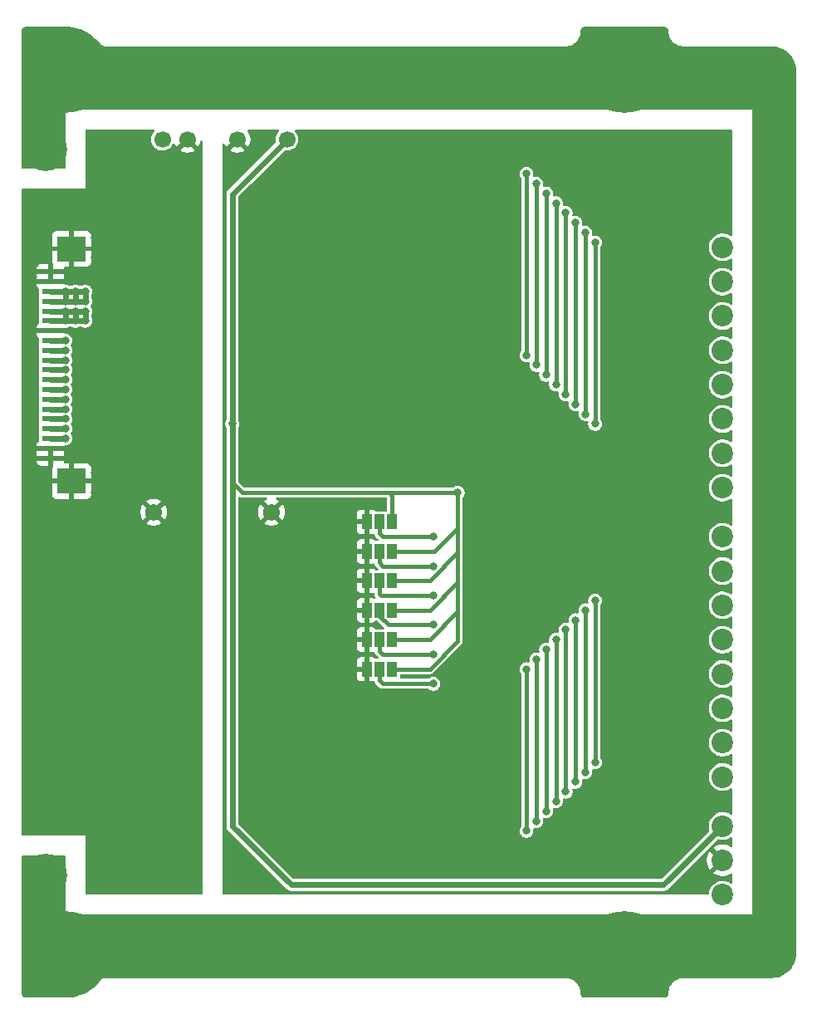
<source format=gbr>
%TF.GenerationSoftware,KiCad,Pcbnew,9.0.6*%
%TF.CreationDate,2025-12-10T15:25:16+03:00*%
%TF.ProjectId,PMCNV-PWMx16,504d434e-562d-4505-974d-7831362e6b69,rev?*%
%TF.SameCoordinates,PX3dfd240PY5f5e100*%
%TF.FileFunction,Copper,L2,Bot*%
%TF.FilePolarity,Positive*%
%FSLAX46Y46*%
G04 Gerber Fmt 4.6, Leading zero omitted, Abs format (unit mm)*
G04 Created by KiCad (PCBNEW 9.0.6) date 2025-12-10 15:25:16*
%MOMM*%
%LPD*%
G01*
G04 APERTURE LIST*
%TA.AperFunction,ComponentPad*%
%ADD10C,4.400000*%
%TD*%
%TA.AperFunction,ComponentPad*%
%ADD11C,2.200000*%
%TD*%
%TA.AperFunction,ComponentPad*%
%ADD12C,0.900000*%
%TD*%
%TA.AperFunction,ComponentPad*%
%ADD13C,8.600000*%
%TD*%
%TA.AperFunction,SMDPad,CuDef*%
%ADD14R,1.000000X1.500000*%
%TD*%
%TA.AperFunction,ComponentPad*%
%ADD15C,1.700000*%
%TD*%
%TA.AperFunction,ComponentPad*%
%ADD16C,1.725000*%
%TD*%
%TA.AperFunction,SMDPad,CuDef*%
%ADD17R,1.800000X0.600000*%
%TD*%
%TA.AperFunction,SMDPad,CuDef*%
%ADD18R,3.000000X2.600000*%
%TD*%
%TA.AperFunction,ViaPad*%
%ADD19C,0.800000*%
%TD*%
%TA.AperFunction,Conductor*%
%ADD20C,0.600000*%
%TD*%
%TA.AperFunction,Conductor*%
%ADD21C,0.400000*%
%TD*%
G04 APERTURE END LIST*
D10*
%TO.P,SP1,PE,PE*%
%TO.N,PE*%
X13000000Y45000000D03*
X13000000Y-45000000D03*
X37000000Y45000000D03*
X37000000Y-45000000D03*
%TD*%
D11*
%TO.P,J1,1,Pin_1*%
%TO.N,/PWM07*%
X32000000Y2500000D03*
%TO.P,J1,2,Pin_2*%
%TO.N,/PWM06*%
X32000000Y6000000D03*
%TO.P,J1,3,Pin_3*%
%TO.N,/PWM05*%
X32000000Y9500000D03*
%TO.P,J1,4,Pin_4*%
%TO.N,/PWM04*%
X32000000Y13000000D03*
%TO.P,J1,5,Pin_5*%
%TO.N,/PWM03*%
X32000000Y16500000D03*
%TO.P,J1,6,Pin_6*%
%TO.N,/PWM02*%
X32000000Y20000000D03*
%TO.P,J1,7,Pin_7*%
%TO.N,/PWM01*%
X32000000Y23500000D03*
%TO.P,J1,8,Pin_8*%
%TO.N,/PWM00*%
X32000000Y27000000D03*
%TD*%
%TO.P,J2,1,Pin_1*%
%TO.N,/PWM15*%
X32000000Y-27000000D03*
%TO.P,J2,2,Pin_2*%
%TO.N,/PWM14*%
X32000000Y-23500000D03*
%TO.P,J2,3,Pin_3*%
%TO.N,/PWM13*%
X32000000Y-20000000D03*
%TO.P,J2,4,Pin_4*%
%TO.N,/PWM12*%
X32000000Y-16500000D03*
%TO.P,J2,5,Pin_5*%
%TO.N,/PWM11*%
X32000000Y-13000000D03*
%TO.P,J2,6,Pin_6*%
%TO.N,/PWM10*%
X32000000Y-9500000D03*
%TO.P,J2,7,Pin_7*%
%TO.N,/PWM09*%
X32000000Y-6000000D03*
%TO.P,J2,8,Pin_8*%
%TO.N,/PWM08*%
X32000000Y-2500000D03*
%TD*%
D12*
%TO.P,H1,1,1*%
%TO.N,PE*%
X18775000Y45000000D03*
X19719581Y47280419D03*
X19719581Y42719581D03*
X22000000Y48225000D03*
D13*
X22000000Y45000000D03*
D12*
X22000000Y41775000D03*
X24280419Y47280419D03*
X24280419Y42719581D03*
X25225000Y45000000D03*
%TD*%
%TO.P,H2,1,1*%
%TO.N,PE*%
X-38225000Y45000000D03*
X-37280419Y47280419D03*
X-37280419Y42719581D03*
X-35000000Y48225000D03*
D13*
X-35000000Y45000000D03*
D12*
X-35000000Y41775000D03*
X-32719581Y47280419D03*
X-32719581Y42719581D03*
X-31775000Y45000000D03*
%TD*%
%TO.P,H4,1,1*%
%TO.N,PE*%
X-38225000Y-45000000D03*
X-37280419Y-42719581D03*
X-37280419Y-47280419D03*
X-35000000Y-41775000D03*
D13*
X-35000000Y-45000000D03*
D12*
X-35000000Y-48225000D03*
X-32719581Y-42719581D03*
X-32719581Y-47280419D03*
X-31775000Y-45000000D03*
%TD*%
%TO.P,H3,1,1*%
%TO.N,PE*%
X18775000Y-45000000D03*
X19719581Y-42719581D03*
X19719581Y-47280419D03*
X22000000Y-41775000D03*
D13*
X22000000Y-45000000D03*
D12*
X22000000Y-48225000D03*
X24280419Y-42719581D03*
X24280419Y-47280419D03*
X25225000Y-45000000D03*
%TD*%
D14*
%TO.P,JP10,1,A*%
%TO.N,GND_CNV*%
X-4300000Y-13000000D03*
%TO.P,JP10,2,C*%
%TO.N,/A4*%
X-3000000Y-13000000D03*
%TO.P,JP10,3,B*%
%TO.N,+5V_CNV*%
X-1700000Y-13000000D03*
%TD*%
%TO.P,JP6,1,A*%
%TO.N,GND_CNV*%
X-4300000Y-4000000D03*
%TO.P,JP6,2,C*%
%TO.N,/A1*%
X-3000000Y-4000000D03*
%TO.P,JP6,3,B*%
%TO.N,+5V_CNV*%
X-1700000Y-4000000D03*
%TD*%
%TO.P,JP11,1,A*%
%TO.N,GND_CNV*%
X-4300000Y-16000000D03*
%TO.P,JP11,2,C*%
%TO.N,/A5*%
X-3000000Y-16000000D03*
%TO.P,JP11,3,B*%
%TO.N,+5V_CNV*%
X-1700000Y-16000000D03*
%TD*%
%TO.P,JP7,1,A*%
%TO.N,GND_CNV*%
X-4300000Y-7000000D03*
%TO.P,JP7,2,C*%
%TO.N,/A2*%
X-3000000Y-7000000D03*
%TO.P,JP7,3,B*%
%TO.N,+5V_CNV*%
X-1700000Y-7000000D03*
%TD*%
%TO.P,JP9,1,A*%
%TO.N,GND_CNV*%
X-4300000Y-10000000D03*
%TO.P,JP9,2,C*%
%TO.N,/A3*%
X-3000000Y-10000000D03*
%TO.P,JP9,3,B*%
%TO.N,+5V_CNV*%
X-1700000Y-10000000D03*
%TD*%
%TO.P,JP5,1,A*%
%TO.N,GND_CNV*%
X-4300000Y-1000000D03*
%TO.P,JP5,2,C*%
%TO.N,/A0*%
X-3000000Y-1000000D03*
%TO.P,JP5,3,B*%
%TO.N,+5V_CNV*%
X-1700000Y-1000000D03*
%TD*%
D11*
%TO.P,J3,1,Pin_1*%
%TO.N,PE*%
X32000000Y-39000000D03*
%TO.P,J3,2,Pin_2*%
%TO.N,GND_CNV*%
X32000000Y-35500000D03*
%TO.P,J3,3,Pin_3*%
%TO.N,+5V_CNV*%
X32000000Y-32000000D03*
%TD*%
D10*
%TO.P,U1,PE,PE*%
%TO.N,PE*%
X-37000000Y37000000D03*
X-37000000Y-37000000D03*
X-9000000Y45000000D03*
X-9000000Y-45000000D03*
%TD*%
D15*
%TO.P,PS1,1,Vin*%
%TO.N,+5V_IB*%
X-25120000Y38000000D03*
%TO.P,PS1,2,GND*%
%TO.N,GND_IB*%
X-22580000Y38000000D03*
%TO.P,PS1,4,0V*%
%TO.N,GND_CNV*%
X-17500000Y38000000D03*
%TO.P,PS1,6,+V*%
%TO.N,+5V_CNV*%
X-12420000Y38000000D03*
%TD*%
D16*
%TO.P,U3,1*%
%TO.N,GND_IB*%
X-26000000Y-249D03*
%TD*%
%TO.P,U4,1*%
%TO.N,GND_CNV*%
X-14000000Y0D03*
%TD*%
D17*
%TO.P,JM2,1,Pin_1*%
%TO.N,GND_IB*%
X-36546000Y24500000D03*
%TO.P,JM2,2,Pin_2*%
X-36546000Y23500000D03*
%TO.P,JM2,3,Pin_3*%
%TO.N,+5V_IB*%
X-36546000Y22500000D03*
%TO.P,JM2,4,Pin_4*%
X-36546000Y21500000D03*
%TO.P,JM2,5,Pin_5*%
%TO.N,+3.3V_IB*%
X-36546000Y20500000D03*
%TO.P,JM2,6,Pin_6*%
X-36546000Y19500000D03*
%TO.P,JM2,7,Pin_7*%
%TO.N,GND_IB*%
X-36546000Y18500000D03*
%TO.P,JM2,8,Pin_8*%
%TO.N,/MOSI_IB*%
X-36546000Y17500000D03*
%TO.P,JM2,9,Pin_9*%
%TO.N,/MISO_IB*%
X-36546000Y16500000D03*
%TO.P,JM2,10,Pin_10*%
%TO.N,/SCK_IB*%
X-36546000Y15500000D03*
%TO.P,JM2,11,Pin_11*%
%TO.N,/CS0_IB*%
X-36546000Y14500000D03*
%TO.P,JM2,12,Pin_11*%
%TO.N,/CS1_IB*%
X-36546000Y13500000D03*
%TO.P,JM2,13,Pin_11*%
%TO.N,/CS2_IB*%
X-36546000Y12500000D03*
%TO.P,JM2,14,Pin_11*%
%TO.N,/CS3_IB*%
X-36546000Y11500000D03*
%TO.P,JM2,15,Pin_11*%
%TO.N,/RST_IB*%
X-36546000Y10500000D03*
%TO.P,JM2,16,Pin_11*%
%TO.N,Net-(JM1-Pin_5)*%
X-36546000Y9500000D03*
%TO.P,JM2,17,Pin_11*%
%TO.N,/SDA_IB*%
X-36546000Y8500000D03*
%TO.P,JM2,18,Pin_11*%
%TO.N,/SCL_IB*%
X-36546000Y7500000D03*
%TO.P,JM2,19,Pin_11*%
%TO.N,GND_IB*%
X-36546000Y6500000D03*
%TO.P,JM2,20,Pin_11*%
X-36546000Y5500000D03*
D18*
%TO.P,JM2,MP1,Pin_11*%
X-34375000Y26850000D03*
%TO.P,JM2,MP2,Pin_11*%
X-34375000Y3150000D03*
%TD*%
D19*
%TO.N,/CS2_IB*%
X-35000000Y12500000D03*
%TO.N,/MOSI_IB*%
X-35000000Y17500000D03*
%TO.N,GND_IB*%
X-32000000Y26000000D03*
X-32000000Y28000000D03*
X-32000000Y12000000D03*
X-32000000Y4000000D03*
X-32000000Y2000000D03*
X-32000000Y27000000D03*
X-32000000Y3000000D03*
%TO.N,/SDA_IB*%
X-35000000Y8500000D03*
%TO.N,Net-(JM1-Pin_5)*%
X-35000000Y9500000D03*
%TO.N,GND_CNV*%
X-17000000Y7000000D03*
X10000000Y0D03*
X1000000Y6000000D03*
X1000000Y4000000D03*
X-1000000Y6000000D03*
X-12000000Y5000000D03*
%TO.N,+3.3V_IB*%
X-35000000Y19500000D03*
X-35000000Y20500000D03*
X-34000000Y19500000D03*
X-33000000Y20500000D03*
X-34000000Y20500000D03*
X-33000000Y19500000D03*
%TO.N,/MISO_IB*%
X-35000000Y16500000D03*
%TO.N,+5V_IB*%
X-34000000Y22500000D03*
X-33000000Y22500000D03*
X-34000000Y21500000D03*
X-33000000Y21500000D03*
X-35000000Y21500000D03*
X-35000000Y22500000D03*
%TO.N,/RST_IB*%
X-35000000Y10500000D03*
%TO.N,/A0*%
X2500000Y-2500000D03*
%TO.N,/A1*%
X2500000Y-5500000D03*
%TO.N,/A2*%
X2500000Y-8500000D03*
%TO.N,/SCL_IB*%
X-35000000Y7500000D03*
%TO.N,/CS3_IB*%
X-35000000Y11500000D03*
%TO.N,/SCK_IB*%
X-35000000Y15500000D03*
%TO.N,/CS1_IB*%
X-35000000Y13500000D03*
%TO.N,/CS0_IB*%
X-35000000Y14500000D03*
%TO.N,+5V_CNV*%
X5000000Y2000000D03*
X-18000000Y9000000D03*
%TO.N,/A3*%
X2500000Y-11500000D03*
%TO.N,/A4*%
X2500000Y-14500000D03*
%TO.N,/A5*%
X2500000Y-17500000D03*
%TO.N,/LED01*%
X13000000Y33500000D03*
X13000000Y15000000D03*
%TO.N,/LED12*%
X15000000Y-29500000D03*
X15000000Y-13000000D03*
%TO.N,/LED14*%
X13000000Y-31500000D03*
X13000000Y-15000000D03*
%TO.N,/LED13*%
X14000000Y-14000000D03*
X14000000Y-30500000D03*
%TO.N,/LED08*%
X19000000Y-9000000D03*
X19000000Y-25500000D03*
%TO.N,/LED10*%
X17000000Y-27500000D03*
X17000000Y-11000000D03*
%TO.N,/LED11*%
X16000000Y-12000000D03*
X16000000Y-28500000D03*
%TO.N,/LED09*%
X18000000Y-26500000D03*
X18000000Y-10000000D03*
%TO.N,/LED07*%
X19000000Y27500000D03*
X19000000Y9000000D03*
%TO.N,/LED05*%
X17000000Y11000000D03*
X17000000Y29500000D03*
%TO.N,/LED04*%
X16000000Y30500000D03*
X16000000Y12000000D03*
%TO.N,/LED06*%
X18000000Y10000000D03*
X18000000Y28500000D03*
%TO.N,/LED00*%
X12000000Y16000000D03*
X12000000Y34500000D03*
%TO.N,/LED03*%
X15000000Y31500000D03*
X15000000Y13000000D03*
%TO.N,/LED02*%
X14000000Y32500000D03*
X14000000Y14000000D03*
%TO.N,/LED15*%
X12000000Y-32500000D03*
X12000000Y-16000000D03*
%TD*%
D20*
%TO.N,/CS2_IB*%
X-36546000Y12500000D02*
X-35000000Y12500000D01*
%TO.N,/MOSI_IB*%
X-36546000Y17500000D02*
X-35000000Y17500000D01*
%TO.N,/SDA_IB*%
X-36546000Y8500000D02*
X-35000000Y8500000D01*
%TO.N,Net-(JM1-Pin_5)*%
X-36546000Y9500000D02*
X-35000000Y9500000D01*
%TO.N,+3.3V_IB*%
X-33000000Y19500000D02*
X-36546000Y19500000D01*
X-34000000Y20500000D02*
X-34000000Y19500000D01*
X-33000000Y20500000D02*
X-33000000Y19500000D01*
X-33000000Y20500000D02*
X-36546000Y20500000D01*
X-35000000Y20500000D02*
X-35000000Y19500000D01*
%TO.N,/MISO_IB*%
X-36546000Y16500000D02*
X-35000000Y16500000D01*
%TO.N,+5V_IB*%
X-33000000Y22500000D02*
X-36546000Y22500000D01*
X-34000000Y22500000D02*
X-34000000Y21500000D01*
X-35000000Y22500000D02*
X-35000000Y21500000D01*
X-33000000Y21500000D02*
X-36546000Y21500000D01*
X-33000000Y21500000D02*
X-33000000Y22500000D01*
%TO.N,/RST_IB*%
X-36546000Y10500000D02*
X-35000000Y10500000D01*
D21*
%TO.N,/A0*%
X2500000Y-2500000D02*
X-2650000Y-2500000D01*
X-3000000Y-2150000D02*
X-3000000Y-1000000D01*
X-2650000Y-2500000D02*
X-3000000Y-2150000D01*
%TO.N,/A1*%
X-3000000Y-4000000D02*
X-3000000Y-5150000D01*
X-2650000Y-5500000D02*
X2500000Y-5500000D01*
X-3000000Y-5150000D02*
X-2650000Y-5500000D01*
%TO.N,/A2*%
X-3000000Y-7000000D02*
X-3000000Y-8339000D01*
X-3000000Y-8339000D02*
X-2839000Y-8500000D01*
X-2839000Y-8500000D02*
X2500000Y-8500000D01*
D20*
%TO.N,/SCL_IB*%
X-36546000Y7500000D02*
X-35000000Y7500000D01*
%TO.N,/CS3_IB*%
X-36546000Y11500000D02*
X-35000000Y11500000D01*
%TO.N,/SCK_IB*%
X-36546000Y15500000D02*
X-35000000Y15500000D01*
%TO.N,/CS1_IB*%
X-36546000Y13500000D02*
X-35000000Y13500000D01*
%TO.N,/CS0_IB*%
X-36546000Y14500000D02*
X-35000000Y14500000D01*
D21*
%TO.N,+5V_CNV*%
X5000000Y-10132786D02*
X2132786Y-13000000D01*
X-1700000Y1700000D02*
X-2000000Y2000000D01*
D20*
X-18000000Y32420000D02*
X-18000000Y4000000D01*
D21*
X5000000Y-4132786D02*
X2132786Y-7000000D01*
D20*
X-18000000Y-32000000D02*
X-12000000Y-38000000D01*
D21*
X5000000Y2000000D02*
X-2000000Y2000000D01*
X2632786Y-4000000D02*
X-1700000Y-4000000D01*
D20*
X-12420000Y38000000D02*
X-18000000Y32420000D01*
D21*
X5000000Y-1632786D02*
X5000000Y-4132786D01*
X2132786Y-7000000D02*
X-1700000Y-7000000D01*
X5000000Y-10132786D02*
X5000000Y-13132786D01*
X5000000Y-1632786D02*
X2632786Y-4000000D01*
D20*
X-18000000Y4000000D02*
X-18000000Y-32000000D01*
D21*
X5000000Y-7132786D02*
X2132786Y-10000000D01*
X-17000000Y2000000D02*
X-18000000Y3000000D01*
X5000000Y-13132786D02*
X2132786Y-16000000D01*
X-1700000Y-1000000D02*
X-1700000Y1700000D01*
X2132786Y-13000000D02*
X-1700000Y-13000000D01*
X5000000Y2000000D02*
X5000000Y-1632786D01*
X-2000000Y2000000D02*
X-17000000Y2000000D01*
X5000000Y-7132786D02*
X5000000Y-10132786D01*
X5000000Y-4132786D02*
X5000000Y-7132786D01*
X2132786Y-10000000D02*
X-1700000Y-10000000D01*
X-18000000Y3000000D02*
X-18000000Y4000000D01*
D20*
X26000000Y-38000000D02*
X32000000Y-32000000D01*
X-12000000Y-38000000D02*
X26000000Y-38000000D01*
D21*
X2132786Y-16000000D02*
X-1700000Y-16000000D01*
%TO.N,/A3*%
X-2074172Y-11500000D02*
X2500000Y-11500000D01*
X-3000000Y-10574172D02*
X-2074172Y-11500000D01*
X-3000000Y-10000000D02*
X-3000000Y-10574172D01*
%TO.N,/A4*%
X-3000000Y-14150000D02*
X-2650000Y-14500000D01*
X-3000000Y-13000000D02*
X-3000000Y-14150000D01*
X-2650000Y-14500000D02*
X2500000Y-14500000D01*
%TO.N,/A5*%
X-3000000Y-17150000D02*
X-2650000Y-17500000D01*
X-3000000Y-16000000D02*
X-3000000Y-17150000D01*
X-2650000Y-17500000D02*
X2500000Y-17500000D01*
%TO.N,/LED01*%
X13000000Y33500000D02*
X13000000Y15000000D01*
%TO.N,/LED12*%
X15000000Y-29500000D02*
X15000000Y-13000000D01*
%TO.N,/LED14*%
X13000000Y-31500000D02*
X13000000Y-15000000D01*
%TO.N,/LED13*%
X14000000Y-30500000D02*
X14000000Y-14000000D01*
%TO.N,/LED08*%
X19000000Y-25500000D02*
X19000000Y-9000000D01*
%TO.N,/LED10*%
X17000000Y-27500000D02*
X17000000Y-11000000D01*
%TO.N,/LED11*%
X16000000Y-28500000D02*
X16000000Y-12000000D01*
%TO.N,/LED09*%
X18000000Y-26500000D02*
X18000000Y-10000000D01*
%TO.N,/LED07*%
X19000000Y27500000D02*
X19000000Y9000000D01*
%TO.N,/LED05*%
X17000000Y29500000D02*
X17000000Y11000000D01*
%TO.N,/LED04*%
X16000000Y30500000D02*
X16000000Y12000000D01*
%TO.N,/LED06*%
X18000000Y28500000D02*
X18000000Y10000000D01*
%TO.N,/LED00*%
X12000000Y34500000D02*
X12000000Y16000000D01*
%TO.N,/LED03*%
X15000000Y31500000D02*
X15000000Y13000000D01*
%TO.N,/LED02*%
X14000000Y32500000D02*
X14000000Y14000000D01*
%TO.N,/LED15*%
X12000000Y-32500000D02*
X12000000Y-16000000D01*
%TD*%
%TA.AperFunction,Conductor*%
%TO.N,GND_CNV*%
G36*
X-13279377Y38980315D02*
G01*
X-13233622Y38927511D01*
X-13223678Y38858353D01*
X-13252703Y38794797D01*
X-13258735Y38788319D01*
X-13297555Y38749500D01*
X-13297559Y38749495D01*
X-13403994Y38602998D01*
X-13486212Y38441640D01*
X-13486213Y38441637D01*
X-13542171Y38269411D01*
X-13570500Y38090552D01*
X-13570500Y37909449D01*
X-13551573Y37789952D01*
X-13560527Y37720659D01*
X-13586365Y37682873D01*
X-18368714Y32900522D01*
X-18480519Y32788718D01*
X-18480521Y32788715D01*
X-18529240Y32704329D01*
X-18529242Y32704327D01*
X-18559575Y32651791D01*
X-18559576Y32651790D01*
X-18559577Y32651785D01*
X-18600501Y32499057D01*
X-18600501Y32499055D01*
X-18600501Y32330954D01*
X-18600500Y32330941D01*
X-18600500Y9399770D01*
X-18618747Y9337631D01*
X-18617905Y9337181D01*
X-18620065Y9333141D01*
X-18620185Y9332731D01*
X-18620722Y9331913D01*
X-18620777Y9331810D01*
X-18673579Y9204333D01*
X-18673582Y9204323D01*
X-18700500Y9068996D01*
X-18700500Y9068993D01*
X-18700500Y8931007D01*
X-18700500Y8931005D01*
X-18700501Y8931005D01*
X-18673582Y8795678D01*
X-18673579Y8795668D01*
X-18620778Y8668194D01*
X-18617906Y8662822D01*
X-18619208Y8662126D01*
X-18600520Y8602446D01*
X-18600500Y8600231D01*
X-18600500Y-31913330D01*
X-18600501Y-31913348D01*
X-18600501Y-32079054D01*
X-18600502Y-32079054D01*
X-18559577Y-32231785D01*
X-18530642Y-32281900D01*
X-18530641Y-32281904D01*
X-18530640Y-32281904D01*
X-18480521Y-32368714D01*
X-18480519Y-32368717D01*
X-18361651Y-32487585D01*
X-18361645Y-32487590D01*
X-12484861Y-38364374D01*
X-12484851Y-38364385D01*
X-12480521Y-38368715D01*
X-12480520Y-38368716D01*
X-12368716Y-38480520D01*
X-12368714Y-38480521D01*
X-12368710Y-38480524D01*
X-12231791Y-38559573D01*
X-12231784Y-38559577D01*
X-12119981Y-38589534D01*
X-12079058Y-38600500D01*
X-12079057Y-38600500D01*
X25913331Y-38600500D01*
X25913347Y-38600501D01*
X25920943Y-38600501D01*
X26079054Y-38600501D01*
X26079057Y-38600501D01*
X26231785Y-38559577D01*
X26281904Y-38530639D01*
X26368716Y-38480520D01*
X26480520Y-38368716D01*
X26480520Y-38368714D01*
X26490728Y-38358507D01*
X26490730Y-38358504D01*
X31475797Y-33373436D01*
X31537118Y-33339953D01*
X31601794Y-33343188D01*
X31672049Y-33366015D01*
X31889778Y-33400500D01*
X31889779Y-33400500D01*
X32110221Y-33400500D01*
X32110222Y-33400500D01*
X32327951Y-33366015D01*
X32537606Y-33297895D01*
X32734022Y-33197815D01*
X32771231Y-33170780D01*
X32803115Y-33147617D01*
X32868921Y-33124137D01*
X32936975Y-33139963D01*
X32985670Y-33190069D01*
X33000000Y-33247935D01*
X33000000Y-34011453D01*
X32980315Y-34078492D01*
X32927511Y-34124247D01*
X32858353Y-34134191D01*
X32819705Y-34121938D01*
X32614184Y-34017219D01*
X32374669Y-33939397D01*
X32125928Y-33900000D01*
X31874072Y-33900000D01*
X31625330Y-33939397D01*
X31385815Y-34017219D01*
X31161413Y-34131559D01*
X31059301Y-34205747D01*
X31059300Y-34205748D01*
X31714242Y-34860690D01*
X31668426Y-34879668D01*
X31553776Y-34956274D01*
X31456274Y-35053776D01*
X31379668Y-35168426D01*
X31360690Y-35214242D01*
X30705748Y-34559300D01*
X30705747Y-34559301D01*
X30631559Y-34661413D01*
X30517219Y-34885815D01*
X30439397Y-35125330D01*
X30400000Y-35374071D01*
X30400000Y-35625928D01*
X30439397Y-35874669D01*
X30517219Y-36114184D01*
X30631557Y-36338583D01*
X30705748Y-36440697D01*
X30705748Y-36440698D01*
X31360690Y-35785756D01*
X31379668Y-35831574D01*
X31456274Y-35946224D01*
X31553776Y-36043726D01*
X31668426Y-36120332D01*
X31714241Y-36139309D01*
X31059300Y-36794250D01*
X31161416Y-36868442D01*
X31385815Y-36982780D01*
X31625330Y-37060602D01*
X31874072Y-37100000D01*
X32125928Y-37100000D01*
X32374669Y-37060602D01*
X32614187Y-36982779D01*
X32614191Y-36982777D01*
X32819705Y-36878062D01*
X32888374Y-36865165D01*
X32953114Y-36891441D01*
X32993372Y-36948547D01*
X33000000Y-36988546D01*
X33000000Y-37752064D01*
X32980315Y-37819103D01*
X32927511Y-37864858D01*
X32858353Y-37874802D01*
X32803116Y-37852383D01*
X32734024Y-37802186D01*
X32537606Y-37702104D01*
X32537603Y-37702103D01*
X32327952Y-37633985D01*
X32219086Y-37616742D01*
X32110222Y-37599500D01*
X31889778Y-37599500D01*
X31817201Y-37610995D01*
X31672047Y-37633985D01*
X31462396Y-37702103D01*
X31462393Y-37702104D01*
X31265974Y-37802187D01*
X31087641Y-37931752D01*
X31087636Y-37931756D01*
X30931756Y-38087636D01*
X30931752Y-38087641D01*
X30802187Y-38265974D01*
X30702104Y-38462393D01*
X30702103Y-38462396D01*
X30633985Y-38672047D01*
X30598738Y-38894590D01*
X30596585Y-38894249D01*
X30574897Y-38951067D01*
X30518645Y-38992510D01*
X30476201Y-39000000D01*
X-18876000Y-39000000D01*
X-18943039Y-38980315D01*
X-18988794Y-38927511D01*
X-19000000Y-38876000D01*
X-19000000Y37464927D01*
X-18980315Y37531966D01*
X-18927511Y37577721D01*
X-18858353Y37587665D01*
X-18794797Y37558640D01*
X-18758069Y37503245D01*
X-18751096Y37481783D01*
X-18654625Y37292450D01*
X-18615272Y37238284D01*
X-17982964Y37870593D01*
X-17965925Y37807007D01*
X-17900099Y37692993D01*
X-17807007Y37599901D01*
X-17692993Y37534075D01*
X-17629410Y37517038D01*
X-18261718Y36884731D01*
X-18261718Y36884730D01*
X-18207551Y36845376D01*
X-18018218Y36748905D01*
X-17816130Y36683243D01*
X-17606246Y36650000D01*
X-17393754Y36650000D01*
X-17183873Y36683243D01*
X-17183870Y36683243D01*
X-16981783Y36748905D01*
X-16792446Y36845378D01*
X-16738284Y36884730D01*
X-16738283Y36884730D01*
X-17370592Y37517038D01*
X-17307007Y37534075D01*
X-17192993Y37599901D01*
X-17099901Y37692993D01*
X-17034075Y37807007D01*
X-17017038Y37870591D01*
X-16384730Y37238283D01*
X-16384730Y37238284D01*
X-16345378Y37292446D01*
X-16248905Y37481783D01*
X-16183243Y37683870D01*
X-16183243Y37683873D01*
X-16150000Y37893754D01*
X-16150000Y38106247D01*
X-16183243Y38316128D01*
X-16183243Y38316131D01*
X-16248905Y38518218D01*
X-16345380Y38707558D01*
X-16414805Y38803115D01*
X-16438285Y38868921D01*
X-16422459Y38936975D01*
X-16372353Y38985670D01*
X-16314487Y39000000D01*
X-13346416Y39000000D01*
X-13279377Y38980315D01*
G37*
%TD.AperFunction*%
%TA.AperFunction,Conductor*%
G36*
X32943039Y38980315D02*
G01*
X32988794Y38927511D01*
X33000000Y38876000D01*
X33000000Y28247936D01*
X32980315Y28180897D01*
X32927511Y28135142D01*
X32858353Y28125198D01*
X32803116Y28147617D01*
X32734024Y28197814D01*
X32537606Y28297896D01*
X32537603Y28297897D01*
X32327952Y28366015D01*
X32219086Y28383258D01*
X32110222Y28400500D01*
X31889778Y28400500D01*
X31817201Y28389005D01*
X31672047Y28366015D01*
X31462396Y28297897D01*
X31462393Y28297896D01*
X31265974Y28197813D01*
X31087641Y28068248D01*
X31087636Y28068244D01*
X30931756Y27912364D01*
X30931752Y27912359D01*
X30802187Y27734026D01*
X30702104Y27537607D01*
X30702103Y27537604D01*
X30633985Y27327953D01*
X30599500Y27110222D01*
X30599500Y26889779D01*
X30633985Y26672048D01*
X30702103Y26462397D01*
X30702104Y26462394D01*
X30802187Y26265975D01*
X30931752Y26087642D01*
X30931756Y26087637D01*
X31087636Y25931757D01*
X31087641Y25931753D01*
X31164568Y25875863D01*
X31265978Y25802185D01*
X31364343Y25752065D01*
X31462393Y25702105D01*
X31462396Y25702104D01*
X31567221Y25668045D01*
X31672049Y25633985D01*
X31889778Y25599500D01*
X31889779Y25599500D01*
X32110221Y25599500D01*
X32110222Y25599500D01*
X32327951Y25633985D01*
X32537606Y25702105D01*
X32734022Y25802185D01*
X32771231Y25829220D01*
X32803115Y25852383D01*
X32868921Y25875863D01*
X32936975Y25860037D01*
X32985670Y25809931D01*
X33000000Y25752065D01*
X33000000Y24747936D01*
X32980315Y24680897D01*
X32927511Y24635142D01*
X32858353Y24625198D01*
X32803116Y24647617D01*
X32734024Y24697814D01*
X32537606Y24797896D01*
X32537603Y24797897D01*
X32327952Y24866015D01*
X32219086Y24883258D01*
X32110222Y24900500D01*
X31889778Y24900500D01*
X31817201Y24889005D01*
X31672047Y24866015D01*
X31462396Y24797897D01*
X31462393Y24797896D01*
X31265974Y24697813D01*
X31087641Y24568248D01*
X31087636Y24568244D01*
X30931756Y24412364D01*
X30931752Y24412359D01*
X30802187Y24234026D01*
X30702104Y24037607D01*
X30702103Y24037604D01*
X30633985Y23827953D01*
X30599500Y23610222D01*
X30599500Y23389779D01*
X30633985Y23172048D01*
X30702103Y22962397D01*
X30702104Y22962394D01*
X30802187Y22765975D01*
X30931752Y22587642D01*
X30931756Y22587637D01*
X31087636Y22431757D01*
X31087641Y22431753D01*
X31164568Y22375863D01*
X31265978Y22302185D01*
X31364343Y22252065D01*
X31462393Y22202105D01*
X31462396Y22202104D01*
X31567221Y22168045D01*
X31672049Y22133985D01*
X31889778Y22099500D01*
X31889779Y22099500D01*
X32110221Y22099500D01*
X32110222Y22099500D01*
X32327951Y22133985D01*
X32537606Y22202105D01*
X32734022Y22302185D01*
X32771231Y22329220D01*
X32803115Y22352383D01*
X32868921Y22375863D01*
X32936975Y22360037D01*
X32985670Y22309931D01*
X33000000Y22252065D01*
X33000000Y21247936D01*
X32980315Y21180897D01*
X32927511Y21135142D01*
X32858353Y21125198D01*
X32803116Y21147617D01*
X32734024Y21197814D01*
X32537606Y21297896D01*
X32537603Y21297897D01*
X32327952Y21366015D01*
X32219086Y21383258D01*
X32110222Y21400500D01*
X31889778Y21400500D01*
X31817201Y21389005D01*
X31672047Y21366015D01*
X31462396Y21297897D01*
X31462393Y21297896D01*
X31265974Y21197813D01*
X31087641Y21068248D01*
X31087636Y21068244D01*
X30931756Y20912364D01*
X30931752Y20912359D01*
X30802187Y20734026D01*
X30702104Y20537607D01*
X30702103Y20537604D01*
X30633985Y20327953D01*
X30599500Y20110222D01*
X30599500Y19889779D01*
X30633985Y19672048D01*
X30702103Y19462397D01*
X30702104Y19462394D01*
X30802187Y19265975D01*
X30931752Y19087642D01*
X30931756Y19087637D01*
X31087636Y18931757D01*
X31087641Y18931753D01*
X31164568Y18875863D01*
X31265978Y18802185D01*
X31364343Y18752065D01*
X31462393Y18702105D01*
X31462396Y18702104D01*
X31567221Y18668045D01*
X31672049Y18633985D01*
X31889778Y18599500D01*
X31889779Y18599500D01*
X32110221Y18599500D01*
X32110222Y18599500D01*
X32327951Y18633985D01*
X32537606Y18702105D01*
X32734022Y18802185D01*
X32771231Y18829220D01*
X32803115Y18852383D01*
X32868921Y18875863D01*
X32936975Y18860037D01*
X32985670Y18809931D01*
X33000000Y18752065D01*
X33000000Y17747936D01*
X32980315Y17680897D01*
X32927511Y17635142D01*
X32858353Y17625198D01*
X32803116Y17647617D01*
X32734024Y17697814D01*
X32537606Y17797896D01*
X32537603Y17797897D01*
X32327952Y17866015D01*
X32219086Y17883258D01*
X32110222Y17900500D01*
X31889778Y17900500D01*
X31817201Y17889005D01*
X31672047Y17866015D01*
X31462396Y17797897D01*
X31462393Y17797896D01*
X31265974Y17697813D01*
X31087641Y17568248D01*
X31087636Y17568244D01*
X30931756Y17412364D01*
X30931752Y17412359D01*
X30802187Y17234026D01*
X30702104Y17037607D01*
X30702103Y17037604D01*
X30633985Y16827953D01*
X30599500Y16610222D01*
X30599500Y16389779D01*
X30633985Y16172048D01*
X30702103Y15962397D01*
X30702104Y15962394D01*
X30802187Y15765975D01*
X30931752Y15587642D01*
X30931756Y15587637D01*
X31087636Y15431757D01*
X31087641Y15431753D01*
X31159945Y15379222D01*
X31265978Y15302185D01*
X31364343Y15252065D01*
X31462393Y15202105D01*
X31462396Y15202104D01*
X31546668Y15174723D01*
X31672049Y15133985D01*
X31889778Y15099500D01*
X31889779Y15099500D01*
X32110221Y15099500D01*
X32110222Y15099500D01*
X32327951Y15133985D01*
X32537606Y15202105D01*
X32734022Y15302185D01*
X32774799Y15331811D01*
X32803115Y15352383D01*
X32868921Y15375863D01*
X32936975Y15360037D01*
X32985670Y15309931D01*
X33000000Y15252065D01*
X33000000Y14247936D01*
X32980315Y14180897D01*
X32927511Y14135142D01*
X32858353Y14125198D01*
X32803116Y14147617D01*
X32734024Y14197814D01*
X32537606Y14297896D01*
X32537603Y14297897D01*
X32327952Y14366015D01*
X32219086Y14383258D01*
X32110222Y14400500D01*
X31889778Y14400500D01*
X31817201Y14389005D01*
X31672047Y14366015D01*
X31462396Y14297897D01*
X31462393Y14297896D01*
X31265974Y14197813D01*
X31087641Y14068248D01*
X31087636Y14068244D01*
X30931756Y13912364D01*
X30931752Y13912359D01*
X30802187Y13734026D01*
X30702104Y13537607D01*
X30702103Y13537604D01*
X30633985Y13327953D01*
X30599500Y13110222D01*
X30599500Y12889779D01*
X30633985Y12672048D01*
X30702103Y12462397D01*
X30702104Y12462394D01*
X30768641Y12331811D01*
X30777561Y12314304D01*
X30802187Y12265975D01*
X30931752Y12087642D01*
X30931756Y12087637D01*
X31087636Y11931757D01*
X31087641Y11931753D01*
X31088671Y11931005D01*
X31265978Y11802185D01*
X31364343Y11752065D01*
X31462393Y11702105D01*
X31462396Y11702104D01*
X31566757Y11668196D01*
X31672049Y11633985D01*
X31889778Y11599500D01*
X31889779Y11599500D01*
X32110221Y11599500D01*
X32110222Y11599500D01*
X32327951Y11633985D01*
X32537606Y11702105D01*
X32734022Y11802185D01*
X32771231Y11829220D01*
X32803115Y11852383D01*
X32868921Y11875863D01*
X32936975Y11860037D01*
X32985670Y11809931D01*
X33000000Y11752065D01*
X33000000Y10747936D01*
X32980315Y10680897D01*
X32927511Y10635142D01*
X32858353Y10625198D01*
X32803116Y10647617D01*
X32734024Y10697814D01*
X32537606Y10797896D01*
X32537603Y10797897D01*
X32327952Y10866015D01*
X32219086Y10883258D01*
X32110222Y10900500D01*
X31889778Y10900500D01*
X31817201Y10889005D01*
X31672047Y10866015D01*
X31462396Y10797897D01*
X31462393Y10797896D01*
X31265974Y10697813D01*
X31087641Y10568248D01*
X31087636Y10568244D01*
X30931756Y10412364D01*
X30931752Y10412359D01*
X30802187Y10234026D01*
X30702104Y10037607D01*
X30702103Y10037604D01*
X30633985Y9827953D01*
X30633985Y9827951D01*
X30599500Y9610222D01*
X30599500Y9389778D01*
X30608535Y9332731D01*
X30633985Y9172048D01*
X30702103Y8962397D01*
X30702104Y8962394D01*
X30802187Y8765975D01*
X30931752Y8587642D01*
X30931756Y8587637D01*
X31087636Y8431757D01*
X31087641Y8431753D01*
X31159945Y8379222D01*
X31265978Y8302185D01*
X31364343Y8252065D01*
X31462393Y8202105D01*
X31462396Y8202104D01*
X31567221Y8168045D01*
X31672049Y8133985D01*
X31889778Y8099500D01*
X31889779Y8099500D01*
X32110221Y8099500D01*
X32110222Y8099500D01*
X32327951Y8133985D01*
X32537606Y8202105D01*
X32734022Y8302185D01*
X32771231Y8329220D01*
X32803115Y8352383D01*
X32868921Y8375863D01*
X32936975Y8360037D01*
X32985670Y8309931D01*
X33000000Y8252065D01*
X33000000Y7247936D01*
X32980315Y7180897D01*
X32927511Y7135142D01*
X32858353Y7125198D01*
X32803116Y7147617D01*
X32734024Y7197814D01*
X32537606Y7297896D01*
X32537603Y7297897D01*
X32327952Y7366015D01*
X32219086Y7383258D01*
X32110222Y7400500D01*
X31889778Y7400500D01*
X31817201Y7389005D01*
X31672047Y7366015D01*
X31462396Y7297897D01*
X31462393Y7297896D01*
X31265974Y7197813D01*
X31087641Y7068248D01*
X31087636Y7068244D01*
X30931756Y6912364D01*
X30931752Y6912359D01*
X30802187Y6734026D01*
X30702104Y6537607D01*
X30702103Y6537604D01*
X30633985Y6327953D01*
X30599500Y6110222D01*
X30599500Y5889779D01*
X30633985Y5672048D01*
X30702103Y5462397D01*
X30702104Y5462394D01*
X30802187Y5265975D01*
X30931752Y5087642D01*
X30931756Y5087637D01*
X31087636Y4931757D01*
X31087641Y4931753D01*
X31164568Y4875863D01*
X31265978Y4802185D01*
X31364343Y4752065D01*
X31462393Y4702105D01*
X31462396Y4702104D01*
X31567221Y4668045D01*
X31672049Y4633985D01*
X31889778Y4599500D01*
X31889779Y4599500D01*
X32110221Y4599500D01*
X32110222Y4599500D01*
X32327951Y4633985D01*
X32537606Y4702105D01*
X32734022Y4802185D01*
X32771231Y4829220D01*
X32803115Y4852383D01*
X32868921Y4875863D01*
X32936975Y4860037D01*
X32985670Y4809931D01*
X33000000Y4752065D01*
X33000000Y3747936D01*
X32980315Y3680897D01*
X32927511Y3635142D01*
X32858353Y3625198D01*
X32803116Y3647617D01*
X32734024Y3697814D01*
X32537606Y3797896D01*
X32537603Y3797897D01*
X32327952Y3866015D01*
X32219086Y3883258D01*
X32110222Y3900500D01*
X31889778Y3900500D01*
X31817201Y3889005D01*
X31672047Y3866015D01*
X31462396Y3797897D01*
X31462393Y3797896D01*
X31265974Y3697813D01*
X31087641Y3568248D01*
X31087636Y3568244D01*
X30931756Y3412364D01*
X30931752Y3412359D01*
X30802187Y3234026D01*
X30702104Y3037607D01*
X30702103Y3037604D01*
X30633985Y2827953D01*
X30599500Y2610222D01*
X30599500Y2389779D01*
X30633985Y2172048D01*
X30702103Y1962397D01*
X30702104Y1962394D01*
X30802187Y1765975D01*
X30931752Y1587642D01*
X30931756Y1587637D01*
X31087636Y1431757D01*
X31087641Y1431753D01*
X31186351Y1360037D01*
X31265978Y1302185D01*
X31364343Y1252065D01*
X31462393Y1202105D01*
X31462396Y1202104D01*
X31567221Y1168045D01*
X31672049Y1133985D01*
X31889778Y1099500D01*
X31889779Y1099500D01*
X32110221Y1099500D01*
X32110222Y1099500D01*
X32327951Y1133985D01*
X32537606Y1202105D01*
X32734022Y1302185D01*
X32771231Y1329220D01*
X32803115Y1352383D01*
X32868921Y1375863D01*
X32936975Y1360037D01*
X32985670Y1309931D01*
X33000000Y1252065D01*
X33000000Y-1252064D01*
X32980315Y-1319103D01*
X32927511Y-1364858D01*
X32858353Y-1374802D01*
X32803116Y-1352383D01*
X32734024Y-1302186D01*
X32537606Y-1202104D01*
X32537603Y-1202103D01*
X32327952Y-1133985D01*
X32219086Y-1116742D01*
X32110222Y-1099500D01*
X31889778Y-1099500D01*
X31817201Y-1110995D01*
X31672047Y-1133985D01*
X31462396Y-1202103D01*
X31462393Y-1202104D01*
X31265974Y-1302187D01*
X31087641Y-1431752D01*
X31087636Y-1431756D01*
X30931756Y-1587636D01*
X30931752Y-1587641D01*
X30802187Y-1765974D01*
X30702104Y-1962393D01*
X30702103Y-1962396D01*
X30633985Y-2172047D01*
X30599500Y-2389778D01*
X30599500Y-2610221D01*
X30633985Y-2827952D01*
X30702103Y-3037603D01*
X30702104Y-3037606D01*
X30750006Y-3131616D01*
X30787470Y-3205143D01*
X30802187Y-3234025D01*
X30931752Y-3412358D01*
X30931756Y-3412363D01*
X31087636Y-3568243D01*
X31087641Y-3568247D01*
X31164568Y-3624137D01*
X31265978Y-3697815D01*
X31364343Y-3747935D01*
X31462393Y-3797895D01*
X31462396Y-3797896D01*
X31567221Y-3831955D01*
X31672049Y-3866015D01*
X31889778Y-3900500D01*
X31889779Y-3900500D01*
X32110221Y-3900500D01*
X32110222Y-3900500D01*
X32327951Y-3866015D01*
X32537606Y-3797895D01*
X32734022Y-3697815D01*
X32771231Y-3670780D01*
X32803115Y-3647617D01*
X32868921Y-3624137D01*
X32936975Y-3639963D01*
X32985670Y-3690069D01*
X33000000Y-3747935D01*
X33000000Y-4752064D01*
X32980315Y-4819103D01*
X32927511Y-4864858D01*
X32858353Y-4874802D01*
X32803116Y-4852383D01*
X32734024Y-4802186D01*
X32537606Y-4702104D01*
X32537603Y-4702103D01*
X32327952Y-4633985D01*
X32219086Y-4616742D01*
X32110222Y-4599500D01*
X31889778Y-4599500D01*
X31817201Y-4610995D01*
X31672047Y-4633985D01*
X31462396Y-4702103D01*
X31462393Y-4702104D01*
X31265974Y-4802187D01*
X31087641Y-4931752D01*
X31087636Y-4931756D01*
X30931756Y-5087636D01*
X30931752Y-5087641D01*
X30802187Y-5265974D01*
X30702104Y-5462393D01*
X30702103Y-5462396D01*
X30633985Y-5672047D01*
X30617839Y-5773989D01*
X30599500Y-5889778D01*
X30599500Y-6110222D01*
X30604996Y-6144922D01*
X30633985Y-6327952D01*
X30702103Y-6537603D01*
X30702104Y-6537606D01*
X30802187Y-6734025D01*
X30931752Y-6912358D01*
X30931756Y-6912363D01*
X31087636Y-7068243D01*
X31087641Y-7068247D01*
X31164568Y-7124137D01*
X31265978Y-7197815D01*
X31364343Y-7247935D01*
X31462393Y-7297895D01*
X31462396Y-7297896D01*
X31567221Y-7331955D01*
X31672049Y-7366015D01*
X31889778Y-7400500D01*
X31889779Y-7400500D01*
X32110221Y-7400500D01*
X32110222Y-7400500D01*
X32327951Y-7366015D01*
X32537606Y-7297895D01*
X32734022Y-7197815D01*
X32771231Y-7170780D01*
X32803115Y-7147617D01*
X32868921Y-7124137D01*
X32936975Y-7139963D01*
X32985670Y-7190069D01*
X33000000Y-7247935D01*
X33000000Y-8252064D01*
X32980315Y-8319103D01*
X32927511Y-8364858D01*
X32858353Y-8374802D01*
X32803116Y-8352383D01*
X32734024Y-8302186D01*
X32537606Y-8202104D01*
X32537603Y-8202103D01*
X32327952Y-8133985D01*
X32219086Y-8116742D01*
X32110222Y-8099500D01*
X31889778Y-8099500D01*
X31817201Y-8110995D01*
X31672047Y-8133985D01*
X31462396Y-8202103D01*
X31462393Y-8202104D01*
X31265974Y-8302187D01*
X31087641Y-8431752D01*
X31087636Y-8431756D01*
X30931756Y-8587636D01*
X30931752Y-8587641D01*
X30802187Y-8765974D01*
X30702104Y-8962393D01*
X30702103Y-8962396D01*
X30633985Y-9172047D01*
X30599500Y-9389778D01*
X30599500Y-9610221D01*
X30633985Y-9827952D01*
X30702103Y-10037603D01*
X30702104Y-10037606D01*
X30802187Y-10234025D01*
X30931752Y-10412358D01*
X30931756Y-10412363D01*
X31087636Y-10568243D01*
X31087641Y-10568247D01*
X31164568Y-10624137D01*
X31265978Y-10697815D01*
X31364343Y-10747935D01*
X31462393Y-10797895D01*
X31462396Y-10797896D01*
X31547084Y-10825412D01*
X31672049Y-10866015D01*
X31889778Y-10900500D01*
X31889779Y-10900500D01*
X32110221Y-10900500D01*
X32110222Y-10900500D01*
X32327951Y-10866015D01*
X32537606Y-10797895D01*
X32734022Y-10697815D01*
X32774809Y-10668182D01*
X32803115Y-10647617D01*
X32868921Y-10624137D01*
X32936975Y-10639963D01*
X32985670Y-10690069D01*
X33000000Y-10747935D01*
X33000000Y-11752064D01*
X32980315Y-11819103D01*
X32927511Y-11864858D01*
X32858353Y-11874802D01*
X32803116Y-11852383D01*
X32734024Y-11802186D01*
X32537606Y-11702104D01*
X32537603Y-11702103D01*
X32327952Y-11633985D01*
X32219086Y-11616742D01*
X32110222Y-11599500D01*
X31889778Y-11599500D01*
X31817201Y-11610995D01*
X31672047Y-11633985D01*
X31462396Y-11702103D01*
X31462393Y-11702104D01*
X31265974Y-11802187D01*
X31087641Y-11931752D01*
X31087636Y-11931756D01*
X30931756Y-12087636D01*
X30931752Y-12087641D01*
X30802187Y-12265974D01*
X30702104Y-12462393D01*
X30702103Y-12462396D01*
X30633985Y-12672047D01*
X30599500Y-12889778D01*
X30599500Y-13110221D01*
X30633985Y-13327952D01*
X30702103Y-13537603D01*
X30702104Y-13537606D01*
X30802187Y-13734025D01*
X30931752Y-13912358D01*
X30931756Y-13912363D01*
X31087636Y-14068243D01*
X31087641Y-14068247D01*
X31196886Y-14147617D01*
X31265978Y-14197815D01*
X31357235Y-14244313D01*
X31462393Y-14297895D01*
X31462396Y-14297896D01*
X31492537Y-14307689D01*
X31672049Y-14366015D01*
X31889778Y-14400500D01*
X31889779Y-14400500D01*
X32110221Y-14400500D01*
X32110222Y-14400500D01*
X32327951Y-14366015D01*
X32537606Y-14297895D01*
X32734022Y-14197815D01*
X32774799Y-14168189D01*
X32803115Y-14147617D01*
X32868921Y-14124137D01*
X32936975Y-14139963D01*
X32985670Y-14190069D01*
X33000000Y-14247935D01*
X33000000Y-15252064D01*
X32980315Y-15319103D01*
X32927511Y-15364858D01*
X32858353Y-15374802D01*
X32803116Y-15352383D01*
X32734024Y-15302186D01*
X32537606Y-15202104D01*
X32537603Y-15202103D01*
X32327952Y-15133985D01*
X32219086Y-15116742D01*
X32110222Y-15099500D01*
X31889778Y-15099500D01*
X31817201Y-15110995D01*
X31672047Y-15133985D01*
X31462396Y-15202103D01*
X31462393Y-15202104D01*
X31265974Y-15302187D01*
X31087641Y-15431752D01*
X31087636Y-15431756D01*
X30931756Y-15587636D01*
X30931752Y-15587641D01*
X30802187Y-15765974D01*
X30702104Y-15962393D01*
X30702103Y-15962396D01*
X30633985Y-16172047D01*
X30633985Y-16172049D01*
X30599500Y-16389778D01*
X30599500Y-16610222D01*
X30616742Y-16719086D01*
X30633985Y-16827952D01*
X30702103Y-17037603D01*
X30702104Y-17037606D01*
X30737560Y-17107190D01*
X30792947Y-17215892D01*
X30802187Y-17234025D01*
X30931752Y-17412358D01*
X30931756Y-17412363D01*
X31087636Y-17568243D01*
X31087641Y-17568247D01*
X31088671Y-17568995D01*
X31265978Y-17697815D01*
X31364343Y-17747935D01*
X31462393Y-17797895D01*
X31462396Y-17797896D01*
X31566757Y-17831804D01*
X31672049Y-17866015D01*
X31889778Y-17900500D01*
X31889779Y-17900500D01*
X32110221Y-17900500D01*
X32110222Y-17900500D01*
X32327951Y-17866015D01*
X32537606Y-17797895D01*
X32734022Y-17697815D01*
X32771231Y-17670780D01*
X32803115Y-17647617D01*
X32868921Y-17624137D01*
X32936975Y-17639963D01*
X32985670Y-17690069D01*
X33000000Y-17747935D01*
X33000000Y-18752064D01*
X32980315Y-18819103D01*
X32927511Y-18864858D01*
X32858353Y-18874802D01*
X32803116Y-18852383D01*
X32734024Y-18802186D01*
X32537606Y-18702104D01*
X32537603Y-18702103D01*
X32327952Y-18633985D01*
X32219086Y-18616742D01*
X32110222Y-18599500D01*
X31889778Y-18599500D01*
X31817201Y-18610995D01*
X31672047Y-18633985D01*
X31462396Y-18702103D01*
X31462393Y-18702104D01*
X31265974Y-18802187D01*
X31087641Y-18931752D01*
X31087636Y-18931756D01*
X30931756Y-19087636D01*
X30931752Y-19087641D01*
X30802187Y-19265974D01*
X30702104Y-19462393D01*
X30702103Y-19462396D01*
X30633985Y-19672047D01*
X30599500Y-19889778D01*
X30599500Y-20110221D01*
X30633985Y-20327952D01*
X30702103Y-20537603D01*
X30702104Y-20537606D01*
X30802187Y-20734025D01*
X30931752Y-20912358D01*
X30931756Y-20912363D01*
X31087636Y-21068243D01*
X31087641Y-21068247D01*
X31164568Y-21124137D01*
X31265978Y-21197815D01*
X31364343Y-21247935D01*
X31462393Y-21297895D01*
X31462396Y-21297896D01*
X31567221Y-21331955D01*
X31672049Y-21366015D01*
X31889778Y-21400500D01*
X31889779Y-21400500D01*
X32110221Y-21400500D01*
X32110222Y-21400500D01*
X32327951Y-21366015D01*
X32537606Y-21297895D01*
X32734022Y-21197815D01*
X32771231Y-21170780D01*
X32803115Y-21147617D01*
X32868921Y-21124137D01*
X32936975Y-21139963D01*
X32985670Y-21190069D01*
X33000000Y-21247935D01*
X33000000Y-22252064D01*
X32980315Y-22319103D01*
X32927511Y-22364858D01*
X32858353Y-22374802D01*
X32803116Y-22352383D01*
X32734024Y-22302186D01*
X32537606Y-22202104D01*
X32537603Y-22202103D01*
X32327952Y-22133985D01*
X32219086Y-22116742D01*
X32110222Y-22099500D01*
X31889778Y-22099500D01*
X31817201Y-22110995D01*
X31672047Y-22133985D01*
X31462396Y-22202103D01*
X31462393Y-22202104D01*
X31265974Y-22302187D01*
X31087641Y-22431752D01*
X31087636Y-22431756D01*
X30931756Y-22587636D01*
X30931752Y-22587641D01*
X30802187Y-22765974D01*
X30702104Y-22962393D01*
X30702103Y-22962396D01*
X30633985Y-23172047D01*
X30599500Y-23389778D01*
X30599500Y-23610221D01*
X30633985Y-23827952D01*
X30702103Y-24037603D01*
X30702104Y-24037606D01*
X30802187Y-24234025D01*
X30931752Y-24412358D01*
X30931756Y-24412363D01*
X31087636Y-24568243D01*
X31087641Y-24568247D01*
X31164568Y-24624137D01*
X31265978Y-24697815D01*
X31364343Y-24747935D01*
X31462393Y-24797895D01*
X31462396Y-24797896D01*
X31567221Y-24831955D01*
X31672049Y-24866015D01*
X31889778Y-24900500D01*
X31889779Y-24900500D01*
X32110221Y-24900500D01*
X32110222Y-24900500D01*
X32327951Y-24866015D01*
X32537606Y-24797895D01*
X32734022Y-24697815D01*
X32771231Y-24670780D01*
X32803115Y-24647617D01*
X32868921Y-24624137D01*
X32936975Y-24639963D01*
X32985670Y-24690069D01*
X33000000Y-24747935D01*
X33000000Y-25752064D01*
X32980315Y-25819103D01*
X32927511Y-25864858D01*
X32858353Y-25874802D01*
X32803116Y-25852383D01*
X32734024Y-25802186D01*
X32537606Y-25702104D01*
X32537603Y-25702103D01*
X32327952Y-25633985D01*
X32219086Y-25616742D01*
X32110222Y-25599500D01*
X31889778Y-25599500D01*
X31817201Y-25610995D01*
X31672047Y-25633985D01*
X31462396Y-25702103D01*
X31462393Y-25702104D01*
X31265974Y-25802187D01*
X31087641Y-25931752D01*
X31087636Y-25931756D01*
X30931756Y-26087636D01*
X30931752Y-26087641D01*
X30802187Y-26265974D01*
X30702104Y-26462393D01*
X30702103Y-26462396D01*
X30633985Y-26672047D01*
X30633985Y-26672049D01*
X30599500Y-26889778D01*
X30599500Y-27110222D01*
X30610468Y-27179469D01*
X30633985Y-27327952D01*
X30702103Y-27537603D01*
X30702104Y-27537606D01*
X30802187Y-27734025D01*
X30931752Y-27912358D01*
X30931756Y-27912363D01*
X31087636Y-28068243D01*
X31087641Y-28068247D01*
X31159945Y-28120778D01*
X31265978Y-28197815D01*
X31364343Y-28247935D01*
X31462393Y-28297895D01*
X31462396Y-28297896D01*
X31546671Y-28325278D01*
X31672049Y-28366015D01*
X31889778Y-28400500D01*
X31889779Y-28400500D01*
X32110221Y-28400500D01*
X32110222Y-28400500D01*
X32327951Y-28366015D01*
X32537606Y-28297895D01*
X32734022Y-28197815D01*
X32774799Y-28168189D01*
X32803115Y-28147617D01*
X32868921Y-28124137D01*
X32936975Y-28139963D01*
X32985670Y-28190069D01*
X33000000Y-28247935D01*
X33000000Y-30752064D01*
X32980315Y-30819103D01*
X32927511Y-30864858D01*
X32858353Y-30874802D01*
X32803116Y-30852383D01*
X32734024Y-30802186D01*
X32537606Y-30702104D01*
X32537603Y-30702103D01*
X32327952Y-30633985D01*
X32219086Y-30616742D01*
X32110222Y-30599500D01*
X31889778Y-30599500D01*
X31817201Y-30610995D01*
X31672047Y-30633985D01*
X31462396Y-30702103D01*
X31462393Y-30702104D01*
X31265974Y-30802187D01*
X31087641Y-30931752D01*
X31087636Y-30931756D01*
X30931756Y-31087636D01*
X30931752Y-31087641D01*
X30802187Y-31265974D01*
X30702104Y-31462393D01*
X30702103Y-31462396D01*
X30633985Y-31672047D01*
X30621438Y-31751265D01*
X30599500Y-31889778D01*
X30599500Y-32110222D01*
X30610468Y-32179469D01*
X30633985Y-32327952D01*
X30656811Y-32398203D01*
X30658806Y-32468044D01*
X30626561Y-32524202D01*
X25787584Y-37363181D01*
X25726261Y-37396666D01*
X25699903Y-37399500D01*
X-11699903Y-37399500D01*
X-11766942Y-37379815D01*
X-11787584Y-37363181D01*
X-17363181Y-31787584D01*
X-17396666Y-31726261D01*
X-17399500Y-31699903D01*
X-17399500Y-16797844D01*
X-5300000Y-16797844D01*
X-5293599Y-16857372D01*
X-5293597Y-16857379D01*
X-5243355Y-16992086D01*
X-5243351Y-16992093D01*
X-5157191Y-17107187D01*
X-5157188Y-17107190D01*
X-5042094Y-17193350D01*
X-5042087Y-17193354D01*
X-4907380Y-17243596D01*
X-4907373Y-17243598D01*
X-4847845Y-17249999D01*
X-4847828Y-17250000D01*
X-4550000Y-17250000D01*
X-4550000Y-16250000D01*
X-5300000Y-16250000D01*
X-5300000Y-16797844D01*
X-17399500Y-16797844D01*
X-17399500Y-15202155D01*
X-5300000Y-15202155D01*
X-5300000Y-15750000D01*
X-4550000Y-15750000D01*
X-4550000Y-14750000D01*
X-4847845Y-14750000D01*
X-4907373Y-14756401D01*
X-4907380Y-14756403D01*
X-5042087Y-14806645D01*
X-5042094Y-14806649D01*
X-5157188Y-14892809D01*
X-5157191Y-14892812D01*
X-5243351Y-15007906D01*
X-5243355Y-15007913D01*
X-5293597Y-15142620D01*
X-5293599Y-15142627D01*
X-5300000Y-15202155D01*
X-17399500Y-15202155D01*
X-17399500Y-13797844D01*
X-5300000Y-13797844D01*
X-5293599Y-13857372D01*
X-5293597Y-13857379D01*
X-5243355Y-13992086D01*
X-5243351Y-13992093D01*
X-5157191Y-14107187D01*
X-5157188Y-14107190D01*
X-5042094Y-14193350D01*
X-5042087Y-14193354D01*
X-4907380Y-14243596D01*
X-4907373Y-14243598D01*
X-4847845Y-14249999D01*
X-4847828Y-14250000D01*
X-4550000Y-14250000D01*
X-4550000Y-13250000D01*
X-5300000Y-13250000D01*
X-5300000Y-13797844D01*
X-17399500Y-13797844D01*
X-17399500Y-12202155D01*
X-5300000Y-12202155D01*
X-5300000Y-12750000D01*
X-4550000Y-12750000D01*
X-4550000Y-11750000D01*
X-4847845Y-11750000D01*
X-4907373Y-11756401D01*
X-4907380Y-11756403D01*
X-5042087Y-11806645D01*
X-5042094Y-11806649D01*
X-5157188Y-11892809D01*
X-5157191Y-11892812D01*
X-5243351Y-12007906D01*
X-5243355Y-12007913D01*
X-5293597Y-12142620D01*
X-5293599Y-12142627D01*
X-5300000Y-12202155D01*
X-17399500Y-12202155D01*
X-17399500Y-10797844D01*
X-5300000Y-10797844D01*
X-5293599Y-10857372D01*
X-5293597Y-10857379D01*
X-5243355Y-10992086D01*
X-5243351Y-10992093D01*
X-5157191Y-11107187D01*
X-5157188Y-11107190D01*
X-5042094Y-11193350D01*
X-5042087Y-11193354D01*
X-4907380Y-11243596D01*
X-4907373Y-11243598D01*
X-4847845Y-11249999D01*
X-4847828Y-11250000D01*
X-4550000Y-11250000D01*
X-4550000Y-10250000D01*
X-5300000Y-10250000D01*
X-5300000Y-10797844D01*
X-17399500Y-10797844D01*
X-17399500Y-9202155D01*
X-5300000Y-9202155D01*
X-5300000Y-9750000D01*
X-4550000Y-9750000D01*
X-4550000Y-8750000D01*
X-4847845Y-8750000D01*
X-4907373Y-8756401D01*
X-4907380Y-8756403D01*
X-5042087Y-8806645D01*
X-5042094Y-8806649D01*
X-5157188Y-8892809D01*
X-5157191Y-8892812D01*
X-5243351Y-9007906D01*
X-5243355Y-9007913D01*
X-5293597Y-9142620D01*
X-5293599Y-9142627D01*
X-5300000Y-9202155D01*
X-17399500Y-9202155D01*
X-17399500Y-7797844D01*
X-5300000Y-7797844D01*
X-5293599Y-7857372D01*
X-5293597Y-7857379D01*
X-5243355Y-7992086D01*
X-5243351Y-7992093D01*
X-5157191Y-8107187D01*
X-5157188Y-8107190D01*
X-5042094Y-8193350D01*
X-5042087Y-8193354D01*
X-4907380Y-8243596D01*
X-4907373Y-8243598D01*
X-4847845Y-8249999D01*
X-4847828Y-8250000D01*
X-4550000Y-8250000D01*
X-4550000Y-7250000D01*
X-5300000Y-7250000D01*
X-5300000Y-7797844D01*
X-17399500Y-7797844D01*
X-17399500Y-6202155D01*
X-5300000Y-6202155D01*
X-5300000Y-6750000D01*
X-4550000Y-6750000D01*
X-4550000Y-5750000D01*
X-4847845Y-5750000D01*
X-4907373Y-5756401D01*
X-4907380Y-5756403D01*
X-5042087Y-5806645D01*
X-5042094Y-5806649D01*
X-5157188Y-5892809D01*
X-5157191Y-5892812D01*
X-5243351Y-6007906D01*
X-5243355Y-6007913D01*
X-5293597Y-6142620D01*
X-5293599Y-6142627D01*
X-5300000Y-6202155D01*
X-17399500Y-6202155D01*
X-17399500Y-4797844D01*
X-5300000Y-4797844D01*
X-5293599Y-4857372D01*
X-5293597Y-4857379D01*
X-5243355Y-4992086D01*
X-5243351Y-4992093D01*
X-5157191Y-5107187D01*
X-5157188Y-5107190D01*
X-5042094Y-5193350D01*
X-5042087Y-5193354D01*
X-4907380Y-5243596D01*
X-4907373Y-5243598D01*
X-4847845Y-5249999D01*
X-4847828Y-5250000D01*
X-4550000Y-5250000D01*
X-4550000Y-4250000D01*
X-5300000Y-4250000D01*
X-5300000Y-4797844D01*
X-17399500Y-4797844D01*
X-17399500Y-3202155D01*
X-5300000Y-3202155D01*
X-5300000Y-3750000D01*
X-4550000Y-3750000D01*
X-4550000Y-2750000D01*
X-4847845Y-2750000D01*
X-4907373Y-2756401D01*
X-4907380Y-2756403D01*
X-5042087Y-2806645D01*
X-5042094Y-2806649D01*
X-5157188Y-2892809D01*
X-5157191Y-2892812D01*
X-5243351Y-3007906D01*
X-5243355Y-3007913D01*
X-5293597Y-3142620D01*
X-5293599Y-3142627D01*
X-5300000Y-3202155D01*
X-17399500Y-3202155D01*
X-17399500Y-1797844D01*
X-5300000Y-1797844D01*
X-5293599Y-1857372D01*
X-5293597Y-1857379D01*
X-5243355Y-1992086D01*
X-5243351Y-1992093D01*
X-5157191Y-2107187D01*
X-5157188Y-2107190D01*
X-5042094Y-2193350D01*
X-5042087Y-2193354D01*
X-4907380Y-2243596D01*
X-4907373Y-2243598D01*
X-4847845Y-2249999D01*
X-4847828Y-2250000D01*
X-4550000Y-2250000D01*
X-4550000Y-1250000D01*
X-5300000Y-1250000D01*
X-5300000Y-1797844D01*
X-17399500Y-1797844D01*
X-17399500Y1437949D01*
X-17379815Y1504988D01*
X-17327011Y1550743D01*
X-17257853Y1560687D01*
X-17213501Y1545337D01*
X-17193186Y1533608D01*
X-17065892Y1499500D01*
X-14574670Y1499500D01*
X-14507631Y1479815D01*
X-14461876Y1427011D01*
X-14451932Y1357853D01*
X-14480957Y1294297D01*
X-14519503Y1266510D01*
X-14518677Y1264890D01*
X-14714108Y1165313D01*
X-14770667Y1124222D01*
X-14770667Y1124221D01*
X-14190647Y544201D01*
X-14221942Y535815D01*
X-14353058Y460115D01*
X-14460115Y353058D01*
X-14535815Y221942D01*
X-14544201Y190647D01*
X-15124221Y770667D01*
X-15124222Y770667D01*
X-15165313Y714108D01*
X-15262677Y523021D01*
X-15328952Y319050D01*
X-15362500Y107237D01*
X-15362500Y-107236D01*
X-15328952Y-319049D01*
X-15262677Y-523020D01*
X-15165312Y-714110D01*
X-15124222Y-770665D01*
X-15124221Y-770666D01*
X-14544201Y-190646D01*
X-14535815Y-221942D01*
X-14460115Y-353058D01*
X-14353058Y-460115D01*
X-14221942Y-535815D01*
X-14190648Y-544200D01*
X-14770668Y-1124219D01*
X-14714107Y-1165313D01*
X-14523021Y-1262676D01*
X-14319050Y-1328951D01*
X-14107236Y-1362500D01*
X-13892764Y-1362500D01*
X-13680951Y-1328951D01*
X-13476980Y-1262676D01*
X-13285895Y-1165314D01*
X-13229335Y-1124220D01*
X-13229334Y-1124219D01*
X-13809354Y-544200D01*
X-13778058Y-535815D01*
X-13646942Y-460115D01*
X-13539885Y-353058D01*
X-13464185Y-221942D01*
X-13455800Y-190647D01*
X-12875781Y-770666D01*
X-12875781Y-770665D01*
X-12834686Y-714105D01*
X-12737324Y-523020D01*
X-12671049Y-319049D01*
X-12652534Y-202155D01*
X-5300000Y-202155D01*
X-5300000Y-750000D01*
X-4550000Y-750000D01*
X-4550000Y250000D01*
X-4847845Y250000D01*
X-4907373Y243599D01*
X-4907380Y243597D01*
X-5042087Y193355D01*
X-5042094Y193351D01*
X-5157188Y107191D01*
X-5157191Y107188D01*
X-5243351Y-7906D01*
X-5243355Y-7913D01*
X-5293597Y-142620D01*
X-5293599Y-142627D01*
X-5300000Y-202155D01*
X-12652534Y-202155D01*
X-12648938Y-179453D01*
X-12637500Y-107236D01*
X-12637500Y107237D01*
X-12671049Y319050D01*
X-12737324Y523021D01*
X-12834687Y714107D01*
X-12875781Y770667D01*
X-12875781Y770668D01*
X-13455800Y190648D01*
X-13464185Y221942D01*
X-13539885Y353058D01*
X-13646942Y460115D01*
X-13778058Y535815D01*
X-13809354Y544201D01*
X-13229334Y1124221D01*
X-13229335Y1124222D01*
X-13285890Y1165312D01*
X-13481323Y1264890D01*
X-13480262Y1266975D01*
X-13527168Y1304753D01*
X-13549250Y1371042D01*
X-13531988Y1438746D01*
X-13480864Y1486369D01*
X-13425330Y1499500D01*
X-2324500Y1499500D01*
X-2257461Y1479815D01*
X-2211706Y1427011D01*
X-2200500Y1375500D01*
X-2200500Y159067D01*
X-2205739Y141227D01*
X-2205973Y122635D01*
X-2215379Y108399D01*
X-2220185Y92028D01*
X-2234236Y79853D01*
X-2244486Y64337D01*
X-2271954Y47171D01*
X-2272989Y46273D01*
X-2274415Y45632D01*
X-2299915Y34373D01*
X-2369194Y25302D01*
X-2400085Y34373D01*
X-2430008Y47585D01*
X-2455132Y50500D01*
X-3338304Y50500D01*
X-3405343Y70185D01*
X-3437572Y100190D01*
X-3442811Y107189D01*
X-3442815Y107192D01*
X-3557907Y193351D01*
X-3557914Y193355D01*
X-3692621Y243597D01*
X-3692628Y243599D01*
X-3752156Y250000D01*
X-4050000Y250000D01*
X-4050000Y-2250000D01*
X-3752172Y-2250000D01*
X-3752156Y-2249999D01*
X-3692628Y-2243598D01*
X-3692617Y-2243595D01*
X-3639012Y-2223602D01*
X-3569321Y-2218617D01*
X-3507997Y-2252101D01*
X-3475904Y-2307688D01*
X-3466392Y-2343186D01*
X-3400500Y-2457314D01*
X-3400498Y-2457316D01*
X-3119995Y-2737819D01*
X-3109383Y-2757255D01*
X-3094882Y-2773989D01*
X-3092966Y-2787320D01*
X-3086510Y-2799142D01*
X-3088090Y-2821228D01*
X-3084938Y-2843147D01*
X-3090534Y-2855398D01*
X-3091494Y-2868834D01*
X-3104765Y-2886560D01*
X-3113963Y-2906703D01*
X-3125295Y-2913985D01*
X-3133366Y-2924767D01*
X-3154112Y-2932504D01*
X-3172741Y-2944477D01*
X-3194660Y-2947628D01*
X-3198830Y-2949184D01*
X-3207676Y-2949500D01*
X-3338304Y-2949500D01*
X-3405343Y-2929815D01*
X-3437572Y-2899810D01*
X-3442811Y-2892811D01*
X-3442815Y-2892808D01*
X-3557907Y-2806649D01*
X-3557914Y-2806645D01*
X-3692621Y-2756403D01*
X-3692628Y-2756401D01*
X-3752156Y-2750000D01*
X-4050000Y-2750000D01*
X-4050000Y-5250000D01*
X-3752172Y-5250000D01*
X-3752156Y-5249999D01*
X-3692628Y-5243598D01*
X-3692617Y-5243595D01*
X-3639012Y-5223602D01*
X-3569321Y-5218617D01*
X-3507997Y-5252101D01*
X-3475904Y-5307688D01*
X-3466392Y-5343186D01*
X-3400500Y-5457314D01*
X-3400498Y-5457316D01*
X-3119995Y-5737819D01*
X-3109383Y-5757255D01*
X-3094882Y-5773989D01*
X-3092966Y-5787320D01*
X-3086510Y-5799142D01*
X-3088090Y-5821228D01*
X-3084938Y-5843147D01*
X-3090534Y-5855398D01*
X-3091494Y-5868834D01*
X-3104765Y-5886560D01*
X-3113963Y-5906703D01*
X-3125295Y-5913985D01*
X-3133366Y-5924767D01*
X-3154112Y-5932504D01*
X-3172741Y-5944477D01*
X-3194660Y-5947628D01*
X-3198830Y-5949184D01*
X-3207676Y-5949500D01*
X-3338304Y-5949500D01*
X-3405343Y-5929815D01*
X-3437572Y-5899810D01*
X-3442811Y-5892811D01*
X-3442815Y-5892808D01*
X-3557907Y-5806649D01*
X-3557914Y-5806645D01*
X-3692621Y-5756403D01*
X-3692628Y-5756401D01*
X-3752156Y-5750000D01*
X-4050000Y-5750000D01*
X-4050000Y-8250000D01*
X-3752172Y-8250000D01*
X-3752156Y-8249999D01*
X-3692628Y-8243598D01*
X-3692623Y-8243597D01*
X-3667836Y-8234352D01*
X-3598144Y-8229366D01*
X-3536820Y-8262850D01*
X-3503334Y-8324173D01*
X-3500500Y-8350533D01*
X-3500500Y-8404892D01*
X-3469846Y-8519296D01*
X-3466391Y-8532188D01*
X-3466391Y-8532189D01*
X-3411798Y-8626746D01*
X-3395325Y-8694646D01*
X-3418177Y-8760673D01*
X-3473099Y-8803863D01*
X-3542652Y-8810505D01*
X-3562518Y-8804928D01*
X-3692621Y-8756403D01*
X-3692628Y-8756401D01*
X-3752156Y-8750000D01*
X-4050000Y-8750000D01*
X-4050000Y-11250000D01*
X-3752172Y-11250000D01*
X-3752156Y-11249999D01*
X-3692628Y-11243598D01*
X-3692621Y-11243596D01*
X-3557914Y-11193354D01*
X-3557912Y-11193352D01*
X-3442812Y-11107189D01*
X-3437571Y-11100189D01*
X-3433914Y-11097451D01*
X-3432016Y-11093296D01*
X-3406205Y-11076707D01*
X-3381637Y-11058317D01*
X-3376007Y-11057301D01*
X-3373238Y-11055522D01*
X-3338306Y-11050499D01*
X-3282849Y-11050499D01*
X-3215810Y-11070184D01*
X-3195168Y-11086818D01*
X-2544167Y-11737819D01*
X-2510682Y-11799142D01*
X-2515666Y-11868834D01*
X-2557538Y-11924767D01*
X-2623002Y-11949184D01*
X-2631848Y-11949500D01*
X-3338304Y-11949500D01*
X-3405343Y-11929815D01*
X-3437572Y-11899810D01*
X-3442811Y-11892811D01*
X-3442815Y-11892808D01*
X-3557907Y-11806649D01*
X-3557914Y-11806645D01*
X-3692621Y-11756403D01*
X-3692628Y-11756401D01*
X-3752156Y-11750000D01*
X-4050000Y-11750000D01*
X-4050000Y-14250000D01*
X-3752172Y-14250000D01*
X-3752156Y-14249999D01*
X-3692628Y-14243598D01*
X-3692617Y-14243595D01*
X-3639012Y-14223602D01*
X-3569321Y-14218617D01*
X-3507997Y-14252101D01*
X-3475904Y-14307688D01*
X-3466392Y-14343186D01*
X-3400500Y-14457314D01*
X-3400498Y-14457316D01*
X-3119995Y-14737819D01*
X-3109383Y-14757255D01*
X-3094882Y-14773989D01*
X-3092966Y-14787320D01*
X-3086510Y-14799142D01*
X-3088090Y-14821228D01*
X-3084938Y-14843147D01*
X-3090534Y-14855398D01*
X-3091494Y-14868834D01*
X-3104765Y-14886560D01*
X-3113963Y-14906703D01*
X-3125295Y-14913985D01*
X-3133366Y-14924767D01*
X-3154112Y-14932504D01*
X-3172741Y-14944477D01*
X-3194660Y-14947628D01*
X-3198830Y-14949184D01*
X-3207676Y-14949500D01*
X-3338304Y-14949500D01*
X-3405343Y-14929815D01*
X-3437572Y-14899810D01*
X-3442811Y-14892811D01*
X-3442815Y-14892808D01*
X-3557907Y-14806649D01*
X-3557914Y-14806645D01*
X-3692621Y-14756403D01*
X-3692628Y-14756401D01*
X-3752156Y-14750000D01*
X-4050000Y-14750000D01*
X-4050000Y-17250000D01*
X-3752172Y-17250000D01*
X-3752156Y-17249999D01*
X-3692628Y-17243598D01*
X-3692617Y-17243595D01*
X-3639012Y-17223602D01*
X-3569321Y-17218617D01*
X-3507997Y-17252101D01*
X-3475904Y-17307688D01*
X-3466392Y-17343186D01*
X-3400500Y-17457314D01*
X-3050500Y-17807314D01*
X-2957314Y-17900500D01*
X-2843186Y-17966392D01*
X-2715892Y-18000500D01*
X1958481Y-18000500D01*
X2025520Y-18020185D01*
X2046162Y-18036819D01*
X2053454Y-18044111D01*
X2053458Y-18044114D01*
X2168182Y-18120771D01*
X2168195Y-18120778D01*
X2295667Y-18173578D01*
X2295672Y-18173580D01*
X2295676Y-18173580D01*
X2295677Y-18173581D01*
X2431004Y-18200500D01*
X2431007Y-18200500D01*
X2568995Y-18200500D01*
X2660041Y-18182389D01*
X2704328Y-18173580D01*
X2831811Y-18120775D01*
X2946542Y-18044114D01*
X3044114Y-17946542D01*
X3120775Y-17831811D01*
X3173580Y-17704328D01*
X3200500Y-17568993D01*
X3200500Y-17431007D01*
X3200500Y-17431004D01*
X3173581Y-17295677D01*
X3173580Y-17295676D01*
X3173580Y-17295672D01*
X3173578Y-17295667D01*
X3120778Y-17168195D01*
X3120771Y-17168182D01*
X3044114Y-17053458D01*
X3044111Y-17053454D01*
X2946545Y-16955888D01*
X2946541Y-16955885D01*
X2831817Y-16879228D01*
X2831804Y-16879221D01*
X2704332Y-16826421D01*
X2704322Y-16826418D01*
X2568995Y-16799500D01*
X2568993Y-16799500D01*
X2431007Y-16799500D01*
X2431005Y-16799500D01*
X2295677Y-16826418D01*
X2295667Y-16826421D01*
X2168195Y-16879221D01*
X2168182Y-16879228D01*
X2053458Y-16955885D01*
X2053454Y-16955888D01*
X2046162Y-16963181D01*
X1984839Y-16996666D01*
X1958481Y-16999500D01*
X-791375Y-16999500D01*
X-858414Y-16979815D01*
X-904169Y-16927011D01*
X-914113Y-16857853D01*
X-904809Y-16825412D01*
X-902415Y-16819991D01*
X-899500Y-16794865D01*
X-899500Y-16624500D01*
X-879815Y-16557461D01*
X-827011Y-16511706D01*
X-775500Y-16500500D01*
X2198676Y-16500500D01*
X2198678Y-16500500D01*
X2325972Y-16466392D01*
X2440100Y-16400500D01*
X2771605Y-16068995D01*
X11299499Y-16068995D01*
X11326418Y-16204322D01*
X11326421Y-16204332D01*
X11379221Y-16331804D01*
X11379228Y-16331817D01*
X11455885Y-16446541D01*
X11463177Y-16453833D01*
X11496665Y-16515155D01*
X11499500Y-16541518D01*
X11499500Y-31958481D01*
X11479815Y-32025520D01*
X11463181Y-32046162D01*
X11455888Y-32053454D01*
X11455885Y-32053458D01*
X11379228Y-32168182D01*
X11379221Y-32168195D01*
X11326421Y-32295667D01*
X11326418Y-32295677D01*
X11299500Y-32431004D01*
X11299500Y-32431007D01*
X11299500Y-32568993D01*
X11299500Y-32568995D01*
X11299499Y-32568995D01*
X11326418Y-32704322D01*
X11326421Y-32704332D01*
X11379221Y-32831804D01*
X11379228Y-32831817D01*
X11455885Y-32946541D01*
X11455888Y-32946545D01*
X11553454Y-33044111D01*
X11553458Y-33044114D01*
X11668182Y-33120771D01*
X11668195Y-33120778D01*
X11795667Y-33173578D01*
X11795672Y-33173580D01*
X11795676Y-33173580D01*
X11795677Y-33173581D01*
X11931004Y-33200500D01*
X11931007Y-33200500D01*
X12068995Y-33200500D01*
X12160041Y-33182389D01*
X12204328Y-33173580D01*
X12302924Y-33132740D01*
X12331804Y-33120778D01*
X12331804Y-33120777D01*
X12331811Y-33120775D01*
X12446542Y-33044114D01*
X12544114Y-32946542D01*
X12620775Y-32831811D01*
X12673580Y-32704328D01*
X12700500Y-32568993D01*
X12700500Y-32431007D01*
X12700500Y-32431004D01*
X12679469Y-32325278D01*
X12685696Y-32255686D01*
X12728559Y-32200509D01*
X12794448Y-32177264D01*
X12825278Y-32179469D01*
X12931004Y-32200500D01*
X12931007Y-32200500D01*
X13068995Y-32200500D01*
X13185807Y-32177264D01*
X13204328Y-32173580D01*
X13331811Y-32120775D01*
X13446542Y-32044114D01*
X13544114Y-31946542D01*
X13620775Y-31831811D01*
X13673580Y-31704328D01*
X13700500Y-31568993D01*
X13700500Y-31431007D01*
X13700500Y-31431004D01*
X13679469Y-31325278D01*
X13685696Y-31255686D01*
X13728559Y-31200509D01*
X13794448Y-31177264D01*
X13825278Y-31179469D01*
X13931004Y-31200500D01*
X13931007Y-31200500D01*
X14068995Y-31200500D01*
X14185807Y-31177264D01*
X14204328Y-31173580D01*
X14331811Y-31120775D01*
X14446542Y-31044114D01*
X14544114Y-30946542D01*
X14620775Y-30831811D01*
X14673580Y-30704328D01*
X14700500Y-30568993D01*
X14700500Y-30431007D01*
X14700500Y-30431004D01*
X14679469Y-30325278D01*
X14685696Y-30255686D01*
X14728559Y-30200509D01*
X14794448Y-30177264D01*
X14825278Y-30179469D01*
X14931004Y-30200500D01*
X14931007Y-30200500D01*
X15068995Y-30200500D01*
X15185807Y-30177264D01*
X15204328Y-30173580D01*
X15331811Y-30120775D01*
X15446542Y-30044114D01*
X15544114Y-29946542D01*
X15620775Y-29831811D01*
X15673580Y-29704328D01*
X15700500Y-29568993D01*
X15700500Y-29431007D01*
X15700500Y-29431004D01*
X15679469Y-29325278D01*
X15685696Y-29255686D01*
X15728559Y-29200509D01*
X15794448Y-29177264D01*
X15825278Y-29179469D01*
X15931004Y-29200500D01*
X15931007Y-29200500D01*
X16068995Y-29200500D01*
X16185807Y-29177264D01*
X16204328Y-29173580D01*
X16331811Y-29120775D01*
X16446542Y-29044114D01*
X16544114Y-28946542D01*
X16620775Y-28831811D01*
X16673580Y-28704328D01*
X16700500Y-28568993D01*
X16700500Y-28431007D01*
X16700500Y-28431004D01*
X16679469Y-28325278D01*
X16685696Y-28255686D01*
X16728559Y-28200509D01*
X16794448Y-28177264D01*
X16825278Y-28179469D01*
X16931004Y-28200500D01*
X16931007Y-28200500D01*
X17068995Y-28200500D01*
X17185807Y-28177264D01*
X17204328Y-28173580D01*
X17302924Y-28132740D01*
X17331804Y-28120778D01*
X17331804Y-28120777D01*
X17331811Y-28120775D01*
X17446542Y-28044114D01*
X17544114Y-27946542D01*
X17620775Y-27831811D01*
X17673580Y-27704328D01*
X17700500Y-27568993D01*
X17700500Y-27431007D01*
X17700500Y-27431004D01*
X17679469Y-27325278D01*
X17685696Y-27255686D01*
X17728559Y-27200509D01*
X17794448Y-27177264D01*
X17825278Y-27179469D01*
X17931004Y-27200500D01*
X17931007Y-27200500D01*
X18068995Y-27200500D01*
X18185807Y-27177264D01*
X18204328Y-27173580D01*
X18331811Y-27120775D01*
X18446542Y-27044114D01*
X18544114Y-26946542D01*
X18620775Y-26831811D01*
X18673580Y-26704328D01*
X18700500Y-26568993D01*
X18700500Y-26431007D01*
X18700500Y-26431004D01*
X18679469Y-26325278D01*
X18685696Y-26255686D01*
X18728559Y-26200509D01*
X18794448Y-26177264D01*
X18825278Y-26179469D01*
X18931004Y-26200500D01*
X18931007Y-26200500D01*
X19068995Y-26200500D01*
X19185807Y-26177264D01*
X19204328Y-26173580D01*
X19331811Y-26120775D01*
X19446542Y-26044114D01*
X19544114Y-25946542D01*
X19620775Y-25831811D01*
X19673580Y-25704328D01*
X19700500Y-25568993D01*
X19700500Y-25431007D01*
X19700500Y-25431004D01*
X19673581Y-25295677D01*
X19673580Y-25295676D01*
X19673580Y-25295672D01*
X19673578Y-25295667D01*
X19620778Y-25168195D01*
X19620771Y-25168182D01*
X19544114Y-25053458D01*
X19544111Y-25053454D01*
X19536819Y-25046162D01*
X19503334Y-24984839D01*
X19500500Y-24958481D01*
X19500500Y-9541518D01*
X19520185Y-9474479D01*
X19536823Y-9453833D01*
X19544114Y-9446542D01*
X19620775Y-9331811D01*
X19673580Y-9204328D01*
X19693277Y-9105307D01*
X19700500Y-9068995D01*
X19700500Y-8931004D01*
X19673581Y-8795677D01*
X19673580Y-8795676D01*
X19673580Y-8795672D01*
X19673578Y-8795667D01*
X19620778Y-8668195D01*
X19620771Y-8668182D01*
X19544114Y-8553458D01*
X19544111Y-8553454D01*
X19446545Y-8455888D01*
X19446541Y-8455885D01*
X19331817Y-8379228D01*
X19331804Y-8379221D01*
X19204332Y-8326421D01*
X19204322Y-8326418D01*
X19068995Y-8299500D01*
X19068993Y-8299500D01*
X18931007Y-8299500D01*
X18931005Y-8299500D01*
X18795677Y-8326418D01*
X18795667Y-8326421D01*
X18668195Y-8379221D01*
X18668182Y-8379228D01*
X18553458Y-8455885D01*
X18553454Y-8455888D01*
X18455888Y-8553454D01*
X18455885Y-8553458D01*
X18379228Y-8668182D01*
X18379221Y-8668195D01*
X18326421Y-8795667D01*
X18326418Y-8795677D01*
X18299500Y-8931004D01*
X18299500Y-9068997D01*
X18320530Y-9174722D01*
X18314303Y-9244313D01*
X18271440Y-9299491D01*
X18205550Y-9322735D01*
X18174722Y-9320530D01*
X18068997Y-9299500D01*
X18068993Y-9299500D01*
X17931007Y-9299500D01*
X17931005Y-9299500D01*
X17795677Y-9326418D01*
X17795667Y-9326421D01*
X17668195Y-9379221D01*
X17668182Y-9379228D01*
X17553458Y-9455885D01*
X17553454Y-9455888D01*
X17455888Y-9553454D01*
X17455885Y-9553458D01*
X17379228Y-9668182D01*
X17379221Y-9668195D01*
X17326421Y-9795667D01*
X17326418Y-9795677D01*
X17299500Y-9931004D01*
X17299500Y-10068997D01*
X17320530Y-10174722D01*
X17314303Y-10244313D01*
X17271440Y-10299491D01*
X17205550Y-10322735D01*
X17174722Y-10320530D01*
X17068997Y-10299500D01*
X17068993Y-10299500D01*
X16931007Y-10299500D01*
X16931005Y-10299500D01*
X16795677Y-10326418D01*
X16795667Y-10326421D01*
X16668195Y-10379221D01*
X16668182Y-10379228D01*
X16553458Y-10455885D01*
X16553454Y-10455888D01*
X16455888Y-10553454D01*
X16455885Y-10553458D01*
X16379228Y-10668182D01*
X16379221Y-10668195D01*
X16326421Y-10795667D01*
X16326418Y-10795677D01*
X16299500Y-10931004D01*
X16299500Y-11068997D01*
X16320530Y-11174722D01*
X16314303Y-11244313D01*
X16271440Y-11299491D01*
X16205550Y-11322735D01*
X16174722Y-11320530D01*
X16068997Y-11299500D01*
X16068993Y-11299500D01*
X15931007Y-11299500D01*
X15931005Y-11299500D01*
X15795677Y-11326418D01*
X15795667Y-11326421D01*
X15668195Y-11379221D01*
X15668182Y-11379228D01*
X15553458Y-11455885D01*
X15553454Y-11455888D01*
X15455888Y-11553454D01*
X15455885Y-11553458D01*
X15379228Y-11668182D01*
X15379221Y-11668195D01*
X15326421Y-11795667D01*
X15326418Y-11795677D01*
X15299500Y-11931004D01*
X15299500Y-12068997D01*
X15320530Y-12174722D01*
X15314303Y-12244313D01*
X15271440Y-12299491D01*
X15205550Y-12322735D01*
X15174722Y-12320530D01*
X15068997Y-12299500D01*
X15068993Y-12299500D01*
X14931007Y-12299500D01*
X14931005Y-12299500D01*
X14795677Y-12326418D01*
X14795667Y-12326421D01*
X14668195Y-12379221D01*
X14668182Y-12379228D01*
X14553458Y-12455885D01*
X14553454Y-12455888D01*
X14455888Y-12553454D01*
X14455885Y-12553458D01*
X14379228Y-12668182D01*
X14379221Y-12668195D01*
X14326421Y-12795667D01*
X14326418Y-12795677D01*
X14299500Y-12931004D01*
X14299500Y-13068997D01*
X14320530Y-13174722D01*
X14314303Y-13244313D01*
X14271440Y-13299491D01*
X14205550Y-13322735D01*
X14174722Y-13320530D01*
X14068997Y-13299500D01*
X14068993Y-13299500D01*
X13931007Y-13299500D01*
X13931005Y-13299500D01*
X13795677Y-13326418D01*
X13795667Y-13326421D01*
X13668195Y-13379221D01*
X13668182Y-13379228D01*
X13553458Y-13455885D01*
X13553454Y-13455888D01*
X13455888Y-13553454D01*
X13455885Y-13553458D01*
X13379228Y-13668182D01*
X13379221Y-13668195D01*
X13326421Y-13795667D01*
X13326418Y-13795677D01*
X13299500Y-13931004D01*
X13299500Y-14068997D01*
X13320530Y-14174722D01*
X13314303Y-14244313D01*
X13271440Y-14299491D01*
X13205550Y-14322735D01*
X13174722Y-14320530D01*
X13068997Y-14299500D01*
X13068993Y-14299500D01*
X12931007Y-14299500D01*
X12931005Y-14299500D01*
X12795677Y-14326418D01*
X12795667Y-14326421D01*
X12668195Y-14379221D01*
X12668182Y-14379228D01*
X12553458Y-14455885D01*
X12553454Y-14455888D01*
X12455888Y-14553454D01*
X12455885Y-14553458D01*
X12379228Y-14668182D01*
X12379221Y-14668195D01*
X12326421Y-14795667D01*
X12326418Y-14795677D01*
X12299500Y-14931004D01*
X12299500Y-15068997D01*
X12320530Y-15174722D01*
X12314303Y-15244313D01*
X12271440Y-15299491D01*
X12205550Y-15322735D01*
X12174722Y-15320530D01*
X12068997Y-15299500D01*
X12068993Y-15299500D01*
X11931007Y-15299500D01*
X11931005Y-15299500D01*
X11795677Y-15326418D01*
X11795667Y-15326421D01*
X11668195Y-15379221D01*
X11668182Y-15379228D01*
X11553458Y-15455885D01*
X11553454Y-15455888D01*
X11455888Y-15553454D01*
X11455885Y-15553458D01*
X11379228Y-15668182D01*
X11379221Y-15668195D01*
X11326421Y-15795667D01*
X11326418Y-15795677D01*
X11299500Y-15931004D01*
X11299500Y-15931007D01*
X11299500Y-16068993D01*
X11299500Y-16068995D01*
X11299499Y-16068995D01*
X2771605Y-16068995D01*
X5400500Y-13440100D01*
X5466392Y-13325972D01*
X5500500Y-13198678D01*
X5500500Y-13066893D01*
X5500500Y-10066894D01*
X5500500Y-10066893D01*
X5500500Y-7066894D01*
X5500500Y-7066893D01*
X5500500Y-4066894D01*
X5500500Y-4066893D01*
X5500500Y-1566894D01*
X5500500Y1458482D01*
X5520185Y1525521D01*
X5536823Y1546167D01*
X5544114Y1553458D01*
X5620775Y1668189D01*
X5673580Y1795672D01*
X5700500Y1931007D01*
X5700500Y2068993D01*
X5700500Y2068996D01*
X5673581Y2204323D01*
X5673580Y2204324D01*
X5673580Y2204328D01*
X5673578Y2204333D01*
X5620778Y2331805D01*
X5620771Y2331818D01*
X5544114Y2446542D01*
X5544111Y2446546D01*
X5446545Y2544112D01*
X5446541Y2544115D01*
X5331817Y2620772D01*
X5331804Y2620779D01*
X5204332Y2673579D01*
X5204322Y2673582D01*
X5068995Y2700500D01*
X5068993Y2700500D01*
X4931007Y2700500D01*
X4931005Y2700500D01*
X4795677Y2673582D01*
X4795667Y2673579D01*
X4668195Y2620779D01*
X4668182Y2620772D01*
X4553458Y2544115D01*
X4553454Y2544112D01*
X4546162Y2536819D01*
X4484839Y2503334D01*
X4458481Y2500500D01*
X-16741324Y2500500D01*
X-16808363Y2520185D01*
X-16829005Y2536819D01*
X-17363181Y3070995D01*
X-17396666Y3132318D01*
X-17399500Y3158676D01*
X-17399500Y8600231D01*
X-17381254Y8662373D01*
X-17382094Y8662822D01*
X-17379936Y8666860D01*
X-17379815Y8667270D01*
X-17379279Y8668090D01*
X-17379229Y8668184D01*
X-17379225Y8668189D01*
X-17326420Y8795672D01*
X-17299500Y8931007D01*
X-17299500Y9068993D01*
X-17299500Y9068996D01*
X-17326419Y9204323D01*
X-17326420Y9204324D01*
X-17326420Y9204328D01*
X-17371973Y9314304D01*
X-17379224Y9331810D01*
X-17382095Y9337181D01*
X-17380795Y9337877D01*
X-17399480Y9397562D01*
X-17399500Y9399770D01*
X-17399500Y32119903D01*
X-17379815Y32186942D01*
X-17363181Y32207584D01*
X-16139758Y33431007D01*
X-15139760Y34431005D01*
X11299499Y34431005D01*
X11326418Y34295678D01*
X11326421Y34295668D01*
X11379221Y34168196D01*
X11379228Y34168183D01*
X11455885Y34053459D01*
X11463177Y34046167D01*
X11496665Y33984845D01*
X11499500Y33958482D01*
X11499500Y16541519D01*
X11479815Y16474480D01*
X11463181Y16453838D01*
X11455888Y16446546D01*
X11455885Y16446542D01*
X11379228Y16331818D01*
X11379221Y16331805D01*
X11326421Y16204333D01*
X11326418Y16204323D01*
X11299500Y16068996D01*
X11299500Y16068993D01*
X11299500Y15931007D01*
X11299500Y15931005D01*
X11299499Y15931005D01*
X11326418Y15795678D01*
X11326421Y15795668D01*
X11379221Y15668196D01*
X11379228Y15668183D01*
X11455885Y15553459D01*
X11455888Y15553455D01*
X11553454Y15455889D01*
X11553458Y15455886D01*
X11668182Y15379229D01*
X11668195Y15379222D01*
X11782657Y15331811D01*
X11795672Y15326420D01*
X11795676Y15326420D01*
X11795677Y15326419D01*
X11931004Y15299500D01*
X11931007Y15299500D01*
X12068995Y15299500D01*
X12143417Y15314304D01*
X12174721Y15320531D01*
X12244312Y15314304D01*
X12299490Y15271442D01*
X12322735Y15205552D01*
X12320530Y15174723D01*
X12299500Y15068998D01*
X12299500Y15068993D01*
X12299500Y14931007D01*
X12299500Y14931005D01*
X12299499Y14931005D01*
X12326418Y14795678D01*
X12326421Y14795668D01*
X12379221Y14668196D01*
X12379228Y14668183D01*
X12455885Y14553459D01*
X12455888Y14553455D01*
X12553454Y14455889D01*
X12553458Y14455886D01*
X12668182Y14379229D01*
X12668195Y14379222D01*
X12782657Y14331811D01*
X12795672Y14326420D01*
X12795676Y14326420D01*
X12795677Y14326419D01*
X12931004Y14299500D01*
X12931007Y14299500D01*
X13068995Y14299500D01*
X13143417Y14314304D01*
X13174721Y14320531D01*
X13244312Y14314304D01*
X13299490Y14271442D01*
X13322735Y14205552D01*
X13320530Y14174723D01*
X13299500Y14068998D01*
X13299500Y14068993D01*
X13299500Y13931007D01*
X13299500Y13931005D01*
X13299499Y13931005D01*
X13326418Y13795678D01*
X13326421Y13795668D01*
X13379221Y13668196D01*
X13379228Y13668183D01*
X13455885Y13553459D01*
X13455888Y13553455D01*
X13553454Y13455889D01*
X13553458Y13455886D01*
X13668182Y13379229D01*
X13668195Y13379222D01*
X13782657Y13331811D01*
X13795672Y13326420D01*
X13795676Y13326420D01*
X13795677Y13326419D01*
X13931004Y13299500D01*
X13931007Y13299500D01*
X14068995Y13299500D01*
X14143417Y13314304D01*
X14174721Y13320531D01*
X14244312Y13314304D01*
X14299490Y13271442D01*
X14322735Y13205552D01*
X14320530Y13174723D01*
X14299500Y13068998D01*
X14299500Y13068993D01*
X14299500Y12931007D01*
X14299500Y12931005D01*
X14299499Y12931005D01*
X14326418Y12795678D01*
X14326421Y12795668D01*
X14379221Y12668196D01*
X14379228Y12668183D01*
X14455885Y12553459D01*
X14455888Y12553455D01*
X14553454Y12455889D01*
X14553458Y12455886D01*
X14668182Y12379229D01*
X14668195Y12379222D01*
X14782657Y12331811D01*
X14795672Y12326420D01*
X14795676Y12326420D01*
X14795677Y12326419D01*
X14931004Y12299500D01*
X14931007Y12299500D01*
X15068995Y12299500D01*
X15143417Y12314304D01*
X15174721Y12320531D01*
X15244312Y12314304D01*
X15299490Y12271442D01*
X15322735Y12205552D01*
X15320530Y12174723D01*
X15299500Y12068998D01*
X15299500Y12068993D01*
X15299500Y11931007D01*
X15299500Y11931005D01*
X15299499Y11931005D01*
X15326418Y11795678D01*
X15326421Y11795668D01*
X15379221Y11668196D01*
X15379228Y11668183D01*
X15455885Y11553459D01*
X15455888Y11553455D01*
X15553454Y11455889D01*
X15553458Y11455886D01*
X15668182Y11379229D01*
X15668195Y11379222D01*
X15782657Y11331811D01*
X15795672Y11326420D01*
X15795676Y11326420D01*
X15795677Y11326419D01*
X15931004Y11299500D01*
X15931007Y11299500D01*
X16068995Y11299500D01*
X16143417Y11314304D01*
X16174721Y11320531D01*
X16244312Y11314304D01*
X16299490Y11271442D01*
X16322735Y11205552D01*
X16320530Y11174723D01*
X16299500Y11068998D01*
X16299500Y11068993D01*
X16299500Y10931007D01*
X16299500Y10931005D01*
X16299499Y10931005D01*
X16326418Y10795678D01*
X16326421Y10795668D01*
X16379221Y10668196D01*
X16379228Y10668183D01*
X16455885Y10553459D01*
X16455888Y10553455D01*
X16553454Y10455889D01*
X16553458Y10455886D01*
X16668182Y10379229D01*
X16668195Y10379222D01*
X16782657Y10331811D01*
X16795672Y10326420D01*
X16795676Y10326420D01*
X16795677Y10326419D01*
X16931004Y10299500D01*
X16931007Y10299500D01*
X17068995Y10299500D01*
X17143417Y10314304D01*
X17174721Y10320531D01*
X17244312Y10314304D01*
X17299490Y10271442D01*
X17322735Y10205552D01*
X17320530Y10174723D01*
X17299500Y10068998D01*
X17299500Y10068993D01*
X17299500Y9931007D01*
X17299500Y9931005D01*
X17299499Y9931005D01*
X17326418Y9795678D01*
X17326421Y9795668D01*
X17379221Y9668196D01*
X17379228Y9668183D01*
X17455885Y9553459D01*
X17455888Y9553455D01*
X17553454Y9455889D01*
X17553458Y9455886D01*
X17668182Y9379229D01*
X17668195Y9379222D01*
X17782640Y9331818D01*
X17795672Y9326420D01*
X17795676Y9326420D01*
X17795677Y9326419D01*
X17931004Y9299500D01*
X17931007Y9299500D01*
X18068995Y9299500D01*
X18143417Y9314304D01*
X18174721Y9320531D01*
X18244312Y9314304D01*
X18299490Y9271442D01*
X18322735Y9205552D01*
X18320530Y9174723D01*
X18299500Y9068998D01*
X18299500Y9068993D01*
X18299500Y8931007D01*
X18299500Y8931005D01*
X18299499Y8931005D01*
X18326418Y8795678D01*
X18326421Y8795668D01*
X18379221Y8668196D01*
X18379228Y8668183D01*
X18455885Y8553459D01*
X18455888Y8553455D01*
X18553454Y8455889D01*
X18553458Y8455886D01*
X18668182Y8379229D01*
X18668195Y8379222D01*
X18795667Y8326422D01*
X18795672Y8326420D01*
X18795676Y8326420D01*
X18795677Y8326419D01*
X18931004Y8299500D01*
X18931007Y8299500D01*
X19068995Y8299500D01*
X19160041Y8317611D01*
X19204328Y8326420D01*
X19302924Y8367260D01*
X19331804Y8379222D01*
X19331804Y8379223D01*
X19331811Y8379225D01*
X19446542Y8455886D01*
X19544114Y8553458D01*
X19620775Y8668189D01*
X19673580Y8795672D01*
X19700500Y8931007D01*
X19700500Y9068993D01*
X19700500Y9068996D01*
X19673581Y9204323D01*
X19673580Y9204324D01*
X19673580Y9204328D01*
X19628027Y9314304D01*
X19620778Y9331805D01*
X19620771Y9331818D01*
X19544114Y9446542D01*
X19544111Y9446546D01*
X19536819Y9453838D01*
X19503334Y9515161D01*
X19500500Y9541519D01*
X19500500Y26958482D01*
X19520185Y27025521D01*
X19536823Y27046167D01*
X19544114Y27053458D01*
X19620775Y27168189D01*
X19673580Y27295672D01*
X19700500Y27431007D01*
X19700500Y27568993D01*
X19700500Y27568996D01*
X19673581Y27704323D01*
X19673580Y27704324D01*
X19673580Y27704328D01*
X19673578Y27704333D01*
X19620778Y27831805D01*
X19620771Y27831818D01*
X19544114Y27946542D01*
X19544111Y27946546D01*
X19446545Y28044112D01*
X19446541Y28044115D01*
X19331817Y28120772D01*
X19331804Y28120779D01*
X19204332Y28173579D01*
X19204322Y28173582D01*
X19068995Y28200500D01*
X19068993Y28200500D01*
X18931007Y28200500D01*
X18931002Y28200500D01*
X18825277Y28179470D01*
X18755685Y28185697D01*
X18700508Y28228560D01*
X18677264Y28294450D01*
X18679469Y28325279D01*
X18700500Y28431005D01*
X18700500Y28568996D01*
X18673581Y28704323D01*
X18673580Y28704324D01*
X18673580Y28704328D01*
X18673578Y28704333D01*
X18620778Y28831805D01*
X18620771Y28831818D01*
X18544114Y28946542D01*
X18544111Y28946546D01*
X18446545Y29044112D01*
X18446541Y29044115D01*
X18331817Y29120772D01*
X18331804Y29120779D01*
X18204332Y29173579D01*
X18204322Y29173582D01*
X18068995Y29200500D01*
X18068993Y29200500D01*
X17931007Y29200500D01*
X17931002Y29200500D01*
X17825277Y29179470D01*
X17755685Y29185697D01*
X17700508Y29228560D01*
X17677264Y29294450D01*
X17679469Y29325279D01*
X17700500Y29431005D01*
X17700500Y29568996D01*
X17673581Y29704323D01*
X17673580Y29704324D01*
X17673580Y29704328D01*
X17673578Y29704333D01*
X17620778Y29831805D01*
X17620771Y29831818D01*
X17544114Y29946542D01*
X17544111Y29946546D01*
X17446545Y30044112D01*
X17446541Y30044115D01*
X17331817Y30120772D01*
X17331804Y30120779D01*
X17204332Y30173579D01*
X17204322Y30173582D01*
X17068995Y30200500D01*
X17068993Y30200500D01*
X16931007Y30200500D01*
X16931002Y30200500D01*
X16825277Y30179470D01*
X16755685Y30185697D01*
X16700508Y30228560D01*
X16677264Y30294450D01*
X16679469Y30325279D01*
X16700500Y30431005D01*
X16700500Y30568996D01*
X16673581Y30704323D01*
X16673580Y30704324D01*
X16673580Y30704328D01*
X16673578Y30704333D01*
X16620778Y30831805D01*
X16620771Y30831818D01*
X16544114Y30946542D01*
X16544111Y30946546D01*
X16446545Y31044112D01*
X16446541Y31044115D01*
X16331817Y31120772D01*
X16331804Y31120779D01*
X16204332Y31173579D01*
X16204322Y31173582D01*
X16068995Y31200500D01*
X16068993Y31200500D01*
X15931007Y31200500D01*
X15931002Y31200500D01*
X15825277Y31179470D01*
X15755685Y31185697D01*
X15700508Y31228560D01*
X15677264Y31294450D01*
X15679469Y31325279D01*
X15700500Y31431005D01*
X15700500Y31568996D01*
X15673581Y31704323D01*
X15673580Y31704324D01*
X15673580Y31704328D01*
X15673578Y31704333D01*
X15620778Y31831805D01*
X15620771Y31831818D01*
X15544114Y31946542D01*
X15544111Y31946546D01*
X15446545Y32044112D01*
X15446541Y32044115D01*
X15331817Y32120772D01*
X15331804Y32120779D01*
X15204332Y32173579D01*
X15204322Y32173582D01*
X15068995Y32200500D01*
X15068993Y32200500D01*
X14931007Y32200500D01*
X14931002Y32200500D01*
X14825277Y32179470D01*
X14755685Y32185697D01*
X14700508Y32228560D01*
X14677264Y32294450D01*
X14679469Y32325279D01*
X14700500Y32431005D01*
X14700500Y32568996D01*
X14673581Y32704323D01*
X14673580Y32704327D01*
X14673580Y32704328D01*
X14638626Y32788715D01*
X14620778Y32831805D01*
X14620771Y32831818D01*
X14544114Y32946542D01*
X14544111Y32946546D01*
X14446545Y33044112D01*
X14446541Y33044115D01*
X14331817Y33120772D01*
X14331804Y33120779D01*
X14204332Y33173579D01*
X14204322Y33173582D01*
X14068995Y33200500D01*
X14068993Y33200500D01*
X13931007Y33200500D01*
X13931002Y33200500D01*
X13825277Y33179470D01*
X13755685Y33185697D01*
X13700508Y33228560D01*
X13677264Y33294450D01*
X13679469Y33325279D01*
X13700500Y33431005D01*
X13700500Y33568996D01*
X13673581Y33704323D01*
X13673580Y33704324D01*
X13673580Y33704328D01*
X13673578Y33704333D01*
X13620778Y33831805D01*
X13620771Y33831818D01*
X13544114Y33946542D01*
X13544111Y33946546D01*
X13446545Y34044112D01*
X13446541Y34044115D01*
X13331817Y34120772D01*
X13331804Y34120779D01*
X13204332Y34173579D01*
X13204322Y34173582D01*
X13068995Y34200500D01*
X13068993Y34200500D01*
X12931007Y34200500D01*
X12931002Y34200500D01*
X12825277Y34179470D01*
X12755685Y34185697D01*
X12700508Y34228560D01*
X12677264Y34294450D01*
X12679469Y34325279D01*
X12700500Y34431005D01*
X12700500Y34568996D01*
X12673581Y34704323D01*
X12673580Y34704324D01*
X12673580Y34704328D01*
X12673578Y34704333D01*
X12620778Y34831805D01*
X12620771Y34831818D01*
X12544114Y34946542D01*
X12544111Y34946546D01*
X12446545Y35044112D01*
X12446541Y35044115D01*
X12331817Y35120772D01*
X12331804Y35120779D01*
X12204332Y35173579D01*
X12204322Y35173582D01*
X12068995Y35200500D01*
X12068993Y35200500D01*
X11931007Y35200500D01*
X11931005Y35200500D01*
X11795677Y35173582D01*
X11795667Y35173579D01*
X11668195Y35120779D01*
X11668182Y35120772D01*
X11553458Y35044115D01*
X11553454Y35044112D01*
X11455888Y34946546D01*
X11455885Y34946542D01*
X11379228Y34831818D01*
X11379221Y34831805D01*
X11326421Y34704333D01*
X11326418Y34704323D01*
X11299500Y34568996D01*
X11299500Y34568993D01*
X11299500Y34431007D01*
X11299500Y34431005D01*
X11299499Y34431005D01*
X-15139760Y34431005D01*
X-12737128Y36833638D01*
X-12675807Y36867121D01*
X-12630053Y36868428D01*
X-12577137Y36860047D01*
X-12510550Y36849500D01*
X-12510546Y36849500D01*
X-12329449Y36849500D01*
X-12242741Y36863235D01*
X-12150591Y36877829D01*
X-11978361Y36933789D01*
X-11817006Y37016004D01*
X-11670499Y37122447D01*
X-11542447Y37250499D01*
X-11436004Y37397006D01*
X-11353789Y37558361D01*
X-11297829Y37730591D01*
X-11283235Y37822741D01*
X-11269500Y37909449D01*
X-11269500Y38090552D01*
X-11285981Y38194603D01*
X-11297829Y38269409D01*
X-11340292Y38400099D01*
X-11353788Y38441637D01*
X-11353789Y38441640D01*
X-11401397Y38535074D01*
X-11436004Y38602994D01*
X-11449604Y38621713D01*
X-11542442Y38749495D01*
X-11542446Y38749500D01*
X-11581265Y38788319D01*
X-11614750Y38849642D01*
X-11609766Y38919334D01*
X-11567894Y38975267D01*
X-11502430Y38999684D01*
X-11493584Y39000000D01*
X32876000Y39000000D01*
X32943039Y38980315D01*
G37*
%TD.AperFunction*%
%TD*%
%TA.AperFunction,Conductor*%
%TO.N,PE*%
G36*
X-34997392Y49499390D02*
G01*
X-34626351Y49483742D01*
X-34615970Y49482865D01*
X-34250158Y49436360D01*
X-34239861Y49434607D01*
X-33879278Y49357468D01*
X-33869191Y49354862D01*
X-33516349Y49247627D01*
X-33506516Y49244179D01*
X-33163985Y49107627D01*
X-33154469Y49103361D01*
X-32829071Y48940661D01*
X-32824645Y48938448D01*
X-32815503Y48933385D01*
X-32500744Y48741293D01*
X-32492083Y48735493D01*
X-32416647Y48680231D01*
X-32194614Y48517578D01*
X-32186452Y48511053D01*
X-31908394Y48268871D01*
X-31900814Y48261686D01*
X-31644125Y47996941D01*
X-31637190Y47989157D01*
X-31420879Y47724733D01*
X-31418975Y47722346D01*
X-31413733Y47715606D01*
X-31400500Y47692686D01*
X-31379833Y47672019D01*
X-31375094Y47665926D01*
X-31374946Y47665549D01*
X-31373774Y47664198D01*
X-31360865Y47646986D01*
X-31332663Y47624849D01*
X-31307314Y47599500D01*
X-31281061Y47584343D01*
X-31274126Y47578900D01*
X-31257207Y47565619D01*
X-31257204Y47565618D01*
X-31257202Y47565616D01*
X-31231072Y47554455D01*
X-31217803Y47547821D01*
X-31193186Y47533608D01*
X-31172410Y47528042D01*
X-31172409Y47528041D01*
X-31163894Y47525760D01*
X-31136011Y47513849D01*
X-31100524Y47508780D01*
X-31065892Y47499500D01*
X-31044382Y47499500D01*
X-31026847Y47498254D01*
X-31023805Y47497820D01*
X-31005552Y47495212D01*
X-30977347Y47498611D01*
X-30962516Y47499500D01*
X16107317Y47499500D01*
X16107318Y47499500D01*
X16277851Y47524020D01*
X16319764Y47530045D01*
X16319765Y47530046D01*
X16319769Y47530046D01*
X16525710Y47590516D01*
X16525713Y47590518D01*
X16525715Y47590518D01*
X16720938Y47679673D01*
X16720944Y47679677D01*
X16720950Y47679679D01*
X16901513Y47795719D01*
X17063724Y47936276D01*
X17204281Y48098487D01*
X17320321Y48279050D01*
X17320323Y48279056D01*
X17320327Y48279062D01*
X17409482Y48474285D01*
X17409482Y48474287D01*
X17409484Y48474290D01*
X17469954Y48680231D01*
X17500500Y48892682D01*
X17500500Y48993039D01*
X17501280Y49006923D01*
X17501280Y49006924D01*
X17511460Y49097271D01*
X17517635Y49124330D01*
X17545353Y49203544D01*
X17557396Y49228550D01*
X17602046Y49299611D01*
X17619351Y49321310D01*
X17678690Y49380649D01*
X17700389Y49397954D01*
X17771450Y49442604D01*
X17796456Y49454647D01*
X17875670Y49482365D01*
X17902733Y49488541D01*
X17965419Y49495604D01*
X17993079Y49498720D01*
X18006962Y49499500D01*
X18065892Y49499500D01*
X25934108Y49499500D01*
X25993038Y49499500D01*
X26006922Y49498720D01*
X26097266Y49488541D01*
X26124331Y49482364D01*
X26203540Y49454648D01*
X26228553Y49442602D01*
X26299606Y49397957D01*
X26321313Y49380645D01*
X26380644Y49321314D01*
X26397957Y49299605D01*
X26442600Y49228556D01*
X26454648Y49203538D01*
X26482362Y49124334D01*
X26488540Y49097265D01*
X26498720Y49006924D01*
X26499500Y48993039D01*
X26499500Y48892683D01*
X26530044Y48680236D01*
X26530047Y48680226D01*
X26590517Y48474285D01*
X26679672Y48279062D01*
X26679679Y48279049D01*
X26795720Y48098486D01*
X26936275Y47936276D01*
X27060277Y47828828D01*
X27098487Y47795719D01*
X27221070Y47716940D01*
X27279048Y47679680D01*
X27279061Y47679673D01*
X27474284Y47590518D01*
X27474288Y47590517D01*
X27474290Y47590516D01*
X27680231Y47530046D01*
X27680232Y47530046D01*
X27680235Y47530045D01*
X27743584Y47520938D01*
X27892682Y47499500D01*
X27934108Y47499500D01*
X36934108Y47499500D01*
X36996249Y47499500D01*
X37003736Y47499274D01*
X37020599Y47498254D01*
X37293796Y47481729D01*
X37308659Y47479924D01*
X37590798Y47428220D01*
X37605335Y47424637D01*
X37879172Y47339305D01*
X37893163Y47334000D01*
X38154743Y47216273D01*
X38167989Y47209320D01*
X38413465Y47060925D01*
X38425776Y47052427D01*
X38651573Y46875527D01*
X38662781Y46865597D01*
X38865596Y46662782D01*
X38875526Y46651574D01*
X38995481Y46498462D01*
X39052422Y46425783D01*
X39060928Y46413460D01*
X39209316Y46167996D01*
X39216275Y46154737D01*
X39333997Y45893169D01*
X39339306Y45879168D01*
X39424635Y45605337D01*
X39428219Y45590799D01*
X39479923Y45308660D01*
X39481728Y45293795D01*
X39499274Y45003737D01*
X39499500Y44996250D01*
X39499500Y-44996249D01*
X39499274Y-45003736D01*
X39481728Y-45293794D01*
X39479923Y-45308659D01*
X39428219Y-45590798D01*
X39424635Y-45605336D01*
X39339306Y-45879167D01*
X39333997Y-45893168D01*
X39216275Y-46154736D01*
X39209316Y-46167995D01*
X39060928Y-46413459D01*
X39052422Y-46425782D01*
X38875526Y-46651573D01*
X38865596Y-46662781D01*
X38662781Y-46865596D01*
X38651573Y-46875526D01*
X38425782Y-47052422D01*
X38413459Y-47060928D01*
X38167995Y-47209316D01*
X38154736Y-47216275D01*
X37893168Y-47333997D01*
X37879167Y-47339306D01*
X37605336Y-47424635D01*
X37590798Y-47428219D01*
X37308659Y-47479923D01*
X37293794Y-47481728D01*
X37003736Y-47499274D01*
X36996249Y-47499500D01*
X27892682Y-47499500D01*
X27680235Y-47530044D01*
X27680225Y-47530047D01*
X27474284Y-47590517D01*
X27279061Y-47679672D01*
X27279048Y-47679679D01*
X27098485Y-47795720D01*
X26936275Y-47936275D01*
X26795720Y-48098485D01*
X26679679Y-48279048D01*
X26679672Y-48279061D01*
X26590517Y-48474284D01*
X26530047Y-48680225D01*
X26530044Y-48680235D01*
X26499500Y-48892682D01*
X26499500Y-48993038D01*
X26498720Y-49006922D01*
X26498720Y-49006923D01*
X26488540Y-49097264D01*
X26482362Y-49124333D01*
X26454648Y-49203537D01*
X26442600Y-49228555D01*
X26397957Y-49299604D01*
X26380644Y-49321313D01*
X26321313Y-49380644D01*
X26299604Y-49397957D01*
X26228555Y-49442600D01*
X26203537Y-49454648D01*
X26124333Y-49482362D01*
X26097264Y-49488540D01*
X26017075Y-49497576D01*
X26006921Y-49498720D01*
X25993038Y-49499500D01*
X18006962Y-49499500D01*
X17993078Y-49498720D01*
X17980553Y-49497308D01*
X17902735Y-49488540D01*
X17875666Y-49482362D01*
X17796462Y-49454648D01*
X17771444Y-49442600D01*
X17700395Y-49397957D01*
X17678686Y-49380644D01*
X17619355Y-49321313D01*
X17602042Y-49299604D01*
X17569385Y-49247631D01*
X17557398Y-49228553D01*
X17545351Y-49203537D01*
X17517637Y-49124333D01*
X17511459Y-49097263D01*
X17501280Y-49006922D01*
X17500500Y-48993038D01*
X17500500Y-48892683D01*
X17500500Y-48892682D01*
X17469954Y-48680231D01*
X17409484Y-48474290D01*
X17409483Y-48474288D01*
X17409482Y-48474284D01*
X17320327Y-48279061D01*
X17320320Y-48279048D01*
X17249102Y-48168231D01*
X17204281Y-48098487D01*
X17124227Y-48006100D01*
X17063724Y-47936275D01*
X16901514Y-47795720D01*
X16901513Y-47795719D01*
X16791053Y-47724731D01*
X16720951Y-47679679D01*
X16720938Y-47679672D01*
X16525715Y-47590517D01*
X16319774Y-47530047D01*
X16319764Y-47530044D01*
X16128754Y-47502582D01*
X16107318Y-47499500D01*
X16107317Y-47499500D01*
X-30969960Y-47499500D01*
X-31005552Y-47495212D01*
X-31035568Y-47499500D01*
X-31065892Y-47499500D01*
X-31065896Y-47499500D01*
X-31093335Y-47506852D01*
X-31107882Y-47509829D01*
X-31136006Y-47513848D01*
X-31136009Y-47513848D01*
X-31136011Y-47513849D01*
X-31136013Y-47513849D01*
X-31136014Y-47513850D01*
X-31155803Y-47522302D01*
X-31163898Y-47525759D01*
X-31193186Y-47533608D01*
X-31224235Y-47551533D01*
X-31231082Y-47554458D01*
X-31231083Y-47554458D01*
X-31257198Y-47565613D01*
X-31257204Y-47565616D01*
X-31274122Y-47578897D01*
X-31288681Y-47588741D01*
X-31307313Y-47599498D01*
X-31307316Y-47599501D01*
X-31327407Y-47619590D01*
X-31338516Y-47629441D01*
X-31360864Y-47646983D01*
X-31360865Y-47646985D01*
X-31373778Y-47664202D01*
X-31375095Y-47665926D01*
X-31379834Y-47672018D01*
X-31400500Y-47692686D01*
X-31413733Y-47715605D01*
X-31418974Y-47722344D01*
X-31419481Y-47722709D01*
X-31420878Y-47724731D01*
X-31637190Y-47989156D01*
X-31644136Y-47996951D01*
X-31653005Y-48006100D01*
X-31900810Y-48261681D01*
X-31908394Y-48268870D01*
X-32186452Y-48511052D01*
X-32194614Y-48517577D01*
X-32492072Y-48735484D01*
X-32500755Y-48741299D01*
X-32815504Y-48933384D01*
X-32824645Y-48938447D01*
X-33154459Y-49103355D01*
X-33163995Y-49107630D01*
X-33506502Y-49244173D01*
X-33516364Y-49247631D01*
X-33869176Y-49354857D01*
X-33879293Y-49357471D01*
X-34239858Y-49434605D01*
X-34250160Y-49436359D01*
X-34615954Y-49482862D01*
X-34626367Y-49483742D01*
X-34997392Y-49499390D01*
X-35002617Y-49499500D01*
X-38993038Y-49499500D01*
X-39006922Y-49498720D01*
X-39019447Y-49497308D01*
X-39097265Y-49488540D01*
X-39124334Y-49482362D01*
X-39203538Y-49454648D01*
X-39228556Y-49442600D01*
X-39299605Y-49397957D01*
X-39321314Y-49380644D01*
X-39380645Y-49321313D01*
X-39397958Y-49299604D01*
X-39430615Y-49247631D01*
X-39442602Y-49228553D01*
X-39454649Y-49203537D01*
X-39482363Y-49124333D01*
X-39488541Y-49097263D01*
X-39498720Y-49006922D01*
X-39499500Y-48993038D01*
X-39499500Y-35124000D01*
X-39479815Y-35056961D01*
X-39427011Y-35011206D01*
X-39375500Y-35000000D01*
X-35124000Y-35000000D01*
X-35056961Y-35019685D01*
X-35011206Y-35072489D01*
X-35000000Y-35124000D01*
X-35000000Y-41000000D01*
X35000000Y-41000000D01*
X35000000Y41000000D01*
X-35000000Y41000000D01*
X-35000000Y35124000D01*
X-35019685Y35056961D01*
X-35072489Y35011206D01*
X-35124000Y35000000D01*
X-39375500Y35000000D01*
X-39442539Y35019685D01*
X-39488294Y35072489D01*
X-39499500Y35124000D01*
X-39499500Y48993039D01*
X-39498720Y49006923D01*
X-39498720Y49006924D01*
X-39488540Y49097271D01*
X-39482365Y49124330D01*
X-39454647Y49203544D01*
X-39442604Y49228550D01*
X-39397954Y49299611D01*
X-39380649Y49321310D01*
X-39321310Y49380649D01*
X-39299611Y49397954D01*
X-39228550Y49442604D01*
X-39203544Y49454647D01*
X-39124330Y49482365D01*
X-39097267Y49488541D01*
X-39034581Y49495604D01*
X-39006921Y49498720D01*
X-38993038Y49499500D01*
X-38934108Y49499500D01*
X-35065892Y49499500D01*
X-35002617Y49499500D01*
X-34997392Y49499390D01*
G37*
%TD.AperFunction*%
%TD*%
%TA.AperFunction,Conductor*%
%TO.N,GND_IB*%
G36*
X-25979377Y38980315D02*
G01*
X-25933622Y38927511D01*
X-25923678Y38858353D01*
X-25952703Y38794797D01*
X-25958735Y38788319D01*
X-25997555Y38749500D01*
X-25997559Y38749495D01*
X-26103994Y38602998D01*
X-26186212Y38441640D01*
X-26186213Y38441637D01*
X-26242171Y38269411D01*
X-26270500Y38090552D01*
X-26270500Y37909449D01*
X-26242171Y37730590D01*
X-26186213Y37558364D01*
X-26186212Y37558361D01*
X-26103994Y37397003D01*
X-25997559Y37250506D01*
X-25997555Y37250501D01*
X-25869500Y37122446D01*
X-25869495Y37122442D01*
X-25745435Y37032308D01*
X-25722994Y37016004D01*
X-25617516Y36962260D01*
X-25561640Y36933789D01*
X-25561637Y36933788D01*
X-25475524Y36905809D01*
X-25389409Y36877829D01*
X-25306571Y36864709D01*
X-25210551Y36849500D01*
X-25210546Y36849500D01*
X-25029449Y36849500D01*
X-24942741Y36863235D01*
X-24850591Y36877829D01*
X-24678361Y36933789D01*
X-24517006Y37016004D01*
X-24441919Y37070558D01*
X-24370505Y37122442D01*
X-24370503Y37122445D01*
X-24370499Y37122447D01*
X-24242447Y37250499D01*
X-24136004Y37397006D01*
X-24068910Y37528686D01*
X-24020935Y37579481D01*
X-23953114Y37596276D01*
X-23886979Y37573738D01*
X-23843528Y37519023D01*
X-23840494Y37510708D01*
X-23831096Y37481783D01*
X-23734625Y37292450D01*
X-23695272Y37238284D01*
X-23062964Y37870593D01*
X-23045925Y37807007D01*
X-22980099Y37692993D01*
X-22887007Y37599901D01*
X-22772993Y37534075D01*
X-22709410Y37517038D01*
X-23341718Y36884731D01*
X-23341718Y36884730D01*
X-23287551Y36845376D01*
X-23098218Y36748905D01*
X-22896130Y36683243D01*
X-22686246Y36650000D01*
X-22473754Y36650000D01*
X-22263873Y36683243D01*
X-22263870Y36683243D01*
X-22061783Y36748905D01*
X-21872446Y36845378D01*
X-21818284Y36884730D01*
X-21818283Y36884730D01*
X-22450592Y37517038D01*
X-22387007Y37534075D01*
X-22272993Y37599901D01*
X-22179901Y37692993D01*
X-22114075Y37807007D01*
X-22097038Y37870591D01*
X-21464730Y37238283D01*
X-21464730Y37238284D01*
X-21425378Y37292446D01*
X-21328905Y37481783D01*
X-21263243Y37683870D01*
X-21263243Y37683873D01*
X-21246473Y37789748D01*
X-21216544Y37852883D01*
X-21157232Y37889814D01*
X-21087370Y37888816D01*
X-21029137Y37850206D01*
X-21001023Y37786243D01*
X-21000000Y37770350D01*
X-21000000Y-38876000D01*
X-21019685Y-38943039D01*
X-21072489Y-38988794D01*
X-21124000Y-39000000D01*
X-32876000Y-39000000D01*
X-32943039Y-38980315D01*
X-32988794Y-38927511D01*
X-33000000Y-38876000D01*
X-33000000Y-33000000D01*
X-39375500Y-33000000D01*
X-39442539Y-32980315D01*
X-39488294Y-32927511D01*
X-39499500Y-32876000D01*
X-39499500Y106988D01*
X-27362500Y106988D01*
X-27362500Y-107485D01*
X-27328952Y-319298D01*
X-27262677Y-523269D01*
X-27165312Y-714359D01*
X-27124222Y-770914D01*
X-27124221Y-770915D01*
X-26544201Y-190895D01*
X-26535815Y-222191D01*
X-26460115Y-353307D01*
X-26353058Y-460364D01*
X-26221942Y-536064D01*
X-26190648Y-544449D01*
X-26770668Y-1124468D01*
X-26714107Y-1165562D01*
X-26523021Y-1262925D01*
X-26319050Y-1329200D01*
X-26107236Y-1362749D01*
X-25892764Y-1362749D01*
X-25680951Y-1329200D01*
X-25476980Y-1262925D01*
X-25285895Y-1165563D01*
X-25229335Y-1124468D01*
X-25229334Y-1124468D01*
X-25809354Y-544449D01*
X-25778058Y-536064D01*
X-25646942Y-460364D01*
X-25539885Y-353307D01*
X-25464185Y-222191D01*
X-25455800Y-190896D01*
X-24875781Y-770915D01*
X-24875781Y-770914D01*
X-24834686Y-714354D01*
X-24737324Y-523269D01*
X-24671049Y-319298D01*
X-24637500Y-107485D01*
X-24637500Y106988D01*
X-24671049Y318801D01*
X-24737324Y522772D01*
X-24834687Y713858D01*
X-24875781Y770418D01*
X-24875781Y770419D01*
X-25455800Y190399D01*
X-25464185Y221693D01*
X-25539885Y352809D01*
X-25646942Y459866D01*
X-25778058Y535566D01*
X-25809354Y543952D01*
X-25229334Y1123972D01*
X-25229335Y1123973D01*
X-25285890Y1165063D01*
X-25476980Y1262428D01*
X-25680951Y1328703D01*
X-25892764Y1362251D01*
X-26107236Y1362251D01*
X-26319050Y1328703D01*
X-26523021Y1262428D01*
X-26714108Y1165064D01*
X-26770667Y1123973D01*
X-26770667Y1123972D01*
X-26190647Y543952D01*
X-26221942Y535566D01*
X-26353058Y459866D01*
X-26460115Y352809D01*
X-26535815Y221693D01*
X-26544201Y190398D01*
X-27124221Y770418D01*
X-27124222Y770418D01*
X-27165313Y713859D01*
X-27262677Y522772D01*
X-27328952Y318801D01*
X-27362500Y106988D01*
X-39499500Y106988D01*
X-39499500Y1802156D01*
X-36375000Y1802156D01*
X-36368599Y1742628D01*
X-36368597Y1742621D01*
X-36318355Y1607914D01*
X-36318351Y1607907D01*
X-36232191Y1492813D01*
X-36232188Y1492810D01*
X-36117094Y1406650D01*
X-36117087Y1406646D01*
X-35982380Y1356404D01*
X-35982373Y1356402D01*
X-35922845Y1350001D01*
X-35922828Y1350000D01*
X-34625000Y1350000D01*
X-34125000Y1350000D01*
X-32827172Y1350000D01*
X-32827156Y1350001D01*
X-32767628Y1356402D01*
X-32767621Y1356404D01*
X-32632914Y1406646D01*
X-32632907Y1406650D01*
X-32517813Y1492810D01*
X-32517810Y1492813D01*
X-32431650Y1607907D01*
X-32431646Y1607914D01*
X-32381404Y1742621D01*
X-32381402Y1742628D01*
X-32375001Y1802156D01*
X-32375000Y1802173D01*
X-32375000Y2900000D01*
X-34125000Y2900000D01*
X-34125000Y1350000D01*
X-34625000Y1350000D01*
X-34625000Y2900000D01*
X-36375000Y2900000D01*
X-36375000Y1802156D01*
X-39499500Y1802156D01*
X-39499500Y4475248D01*
X-36375000Y4475248D01*
X-36375000Y3400000D01*
X-34625000Y3400000D01*
X-34125000Y3400000D01*
X-32375000Y3400000D01*
X-32375000Y4497828D01*
X-32375001Y4497845D01*
X-32381402Y4557373D01*
X-32381404Y4557380D01*
X-32431646Y4692087D01*
X-32431650Y4692094D01*
X-32517810Y4807188D01*
X-32517813Y4807191D01*
X-32632907Y4893351D01*
X-32632914Y4893355D01*
X-32767621Y4943597D01*
X-32767628Y4943599D01*
X-32827156Y4950000D01*
X-34125000Y4950000D01*
X-34125000Y3400000D01*
X-34625000Y3400000D01*
X-34625000Y4950000D01*
X-35029690Y4950000D01*
X-35096729Y4969685D01*
X-35142484Y5022489D01*
X-35152979Y5087256D01*
X-35146001Y5152156D01*
X-35146000Y5152173D01*
X-35146000Y5250000D01*
X-36296000Y5250000D01*
X-36296000Y4682001D01*
X-36298260Y4674307D01*
X-36296987Y4666389D01*
X-36306368Y4632364D01*
X-36375000Y4475248D01*
X-39499500Y4475248D01*
X-39499500Y5152156D01*
X-37946000Y5152156D01*
X-37939599Y5092628D01*
X-37939597Y5092621D01*
X-37889355Y4957914D01*
X-37889351Y4957907D01*
X-37803191Y4842813D01*
X-37803188Y4842810D01*
X-37688094Y4756650D01*
X-37688087Y4756646D01*
X-37553380Y4706404D01*
X-37553373Y4706402D01*
X-37493845Y4700001D01*
X-37493828Y4700000D01*
X-36796000Y4700000D01*
X-36796000Y5250000D01*
X-37946000Y5250000D01*
X-37946000Y5152156D01*
X-39499500Y5152156D01*
X-39499500Y6152156D01*
X-37946000Y6152156D01*
X-37939599Y6092628D01*
X-37939597Y6092620D01*
X-37921214Y6043333D01*
X-37916230Y5973641D01*
X-37921214Y5956667D01*
X-37939597Y5907381D01*
X-37939599Y5907373D01*
X-37946000Y5847845D01*
X-37946000Y5750000D01*
X-36796000Y5750000D01*
X-36296000Y5750000D01*
X-35146000Y5750000D01*
X-35146000Y5847828D01*
X-35146001Y5847845D01*
X-35152403Y5907378D01*
X-35152403Y5907379D01*
X-35170786Y5956665D01*
X-35175772Y6026356D01*
X-35170786Y6043335D01*
X-35152403Y6092622D01*
X-35152403Y6092623D01*
X-35146001Y6152156D01*
X-35146000Y6152173D01*
X-35146000Y6250000D01*
X-36296000Y6250000D01*
X-36296000Y5750000D01*
X-36796000Y5750000D01*
X-36796000Y6250000D01*
X-37946000Y6250000D01*
X-37946000Y6152156D01*
X-39499500Y6152156D01*
X-39499500Y18152156D01*
X-37946000Y18152156D01*
X-37939599Y18092628D01*
X-37939597Y18092621D01*
X-37889355Y17957914D01*
X-37889353Y17957912D01*
X-37803191Y17842814D01*
X-37803189Y17842812D01*
X-37796191Y17837573D01*
X-37754319Y17781641D01*
X-37746500Y17738305D01*
X-37746500Y17155144D01*
X-37746498Y17155118D01*
X-37743587Y17130013D01*
X-37743586Y17130012D01*
X-37743586Y17130010D01*
X-37743585Y17130009D01*
X-37708296Y17050087D01*
X-37699224Y16980809D01*
X-37708295Y16949917D01*
X-37716599Y16931109D01*
X-37743585Y16869991D01*
X-37746500Y16844869D01*
X-37746500Y16155144D01*
X-37746498Y16155118D01*
X-37743587Y16130013D01*
X-37743586Y16130012D01*
X-37743586Y16130010D01*
X-37743585Y16130009D01*
X-37708296Y16050087D01*
X-37699224Y15980809D01*
X-37708295Y15949917D01*
X-37716599Y15931109D01*
X-37743585Y15869991D01*
X-37746500Y15844869D01*
X-37746500Y15155144D01*
X-37746498Y15155118D01*
X-37743587Y15130013D01*
X-37743586Y15130012D01*
X-37743586Y15130010D01*
X-37743585Y15130009D01*
X-37708296Y15050087D01*
X-37699224Y14980809D01*
X-37708295Y14949917D01*
X-37716599Y14931109D01*
X-37743585Y14869991D01*
X-37746500Y14844869D01*
X-37746500Y14155144D01*
X-37746498Y14155118D01*
X-37743587Y14130013D01*
X-37743586Y14130012D01*
X-37743586Y14130010D01*
X-37743585Y14130009D01*
X-37708296Y14050087D01*
X-37699224Y13980809D01*
X-37708295Y13949917D01*
X-37716599Y13931109D01*
X-37743585Y13869991D01*
X-37746500Y13844869D01*
X-37746500Y13155144D01*
X-37746498Y13155118D01*
X-37743587Y13130013D01*
X-37743586Y13130012D01*
X-37743586Y13130010D01*
X-37743585Y13130009D01*
X-37708296Y13050087D01*
X-37699224Y12980809D01*
X-37708295Y12949917D01*
X-37716599Y12931109D01*
X-37743585Y12869991D01*
X-37746500Y12844869D01*
X-37746500Y12155144D01*
X-37746498Y12155118D01*
X-37743587Y12130013D01*
X-37743586Y12130012D01*
X-37743586Y12130010D01*
X-37743585Y12130009D01*
X-37708296Y12050087D01*
X-37699224Y11980809D01*
X-37708295Y11949917D01*
X-37716599Y11931109D01*
X-37743585Y11869991D01*
X-37746500Y11844869D01*
X-37746500Y11155144D01*
X-37746498Y11155118D01*
X-37743587Y11130013D01*
X-37743586Y11130012D01*
X-37743586Y11130010D01*
X-37743585Y11130009D01*
X-37708296Y11050087D01*
X-37699224Y10980809D01*
X-37708295Y10949917D01*
X-37716599Y10931109D01*
X-37743585Y10869991D01*
X-37746500Y10844869D01*
X-37746500Y10155144D01*
X-37746498Y10155118D01*
X-37743587Y10130013D01*
X-37743586Y10130012D01*
X-37743586Y10130010D01*
X-37743585Y10130009D01*
X-37708296Y10050087D01*
X-37699224Y9980809D01*
X-37708295Y9949917D01*
X-37716599Y9931109D01*
X-37743585Y9869991D01*
X-37746500Y9844869D01*
X-37746500Y9155144D01*
X-37746498Y9155118D01*
X-37743587Y9130013D01*
X-37743586Y9130012D01*
X-37743586Y9130010D01*
X-37743585Y9130009D01*
X-37708296Y9050087D01*
X-37699224Y8980809D01*
X-37708295Y8949917D01*
X-37716599Y8931109D01*
X-37743585Y8869991D01*
X-37746500Y8844869D01*
X-37746500Y8155144D01*
X-37746498Y8155118D01*
X-37743587Y8130013D01*
X-37743586Y8130012D01*
X-37743586Y8130010D01*
X-37743585Y8130009D01*
X-37708296Y8050087D01*
X-37699224Y7980809D01*
X-37708295Y7949917D01*
X-37716599Y7931109D01*
X-37743585Y7869991D01*
X-37746500Y7844869D01*
X-37746500Y7261697D01*
X-37766185Y7194658D01*
X-37796185Y7162434D01*
X-37803182Y7157196D01*
X-37803192Y7157186D01*
X-37889351Y7042094D01*
X-37889355Y7042087D01*
X-37939597Y6907380D01*
X-37939599Y6907373D01*
X-37946000Y6847845D01*
X-37946000Y6750000D01*
X-35146000Y6750000D01*
X-35132819Y6763181D01*
X-35071496Y6796666D01*
X-35045138Y6799500D01*
X-34931005Y6799500D01*
X-34839959Y6817611D01*
X-34795672Y6826420D01*
X-34668189Y6879225D01*
X-34553458Y6955886D01*
X-34455886Y7053458D01*
X-34379225Y7168189D01*
X-34326420Y7295672D01*
X-34299500Y7431007D01*
X-34299500Y7568993D01*
X-34299500Y7568996D01*
X-34326419Y7704323D01*
X-34326420Y7704324D01*
X-34326420Y7704328D01*
X-34326422Y7704333D01*
X-34379222Y7831805D01*
X-34379224Y7831809D01*
X-34379225Y7831811D01*
X-34445575Y7931110D01*
X-34466452Y7997786D01*
X-34447968Y8065166D01*
X-34445574Y8068891D01*
X-34379225Y8168189D01*
X-34326420Y8295672D01*
X-34299500Y8431007D01*
X-34299500Y8568993D01*
X-34299500Y8568996D01*
X-34326419Y8704323D01*
X-34326420Y8704324D01*
X-34326420Y8704328D01*
X-34326422Y8704333D01*
X-34379222Y8831805D01*
X-34379224Y8831809D01*
X-34379225Y8831811D01*
X-34445575Y8931110D01*
X-34466452Y8997786D01*
X-34447968Y9065166D01*
X-34445574Y9068891D01*
X-34379225Y9168189D01*
X-34326420Y9295672D01*
X-34299500Y9431007D01*
X-34299500Y9568993D01*
X-34299500Y9568996D01*
X-34326419Y9704323D01*
X-34326420Y9704324D01*
X-34326420Y9704328D01*
X-34326422Y9704333D01*
X-34379222Y9831805D01*
X-34379224Y9831809D01*
X-34379225Y9831811D01*
X-34445575Y9931110D01*
X-34466452Y9997786D01*
X-34447968Y10065166D01*
X-34445574Y10068891D01*
X-34379225Y10168189D01*
X-34326420Y10295672D01*
X-34299500Y10431007D01*
X-34299500Y10568993D01*
X-34299500Y10568996D01*
X-34326419Y10704323D01*
X-34326420Y10704324D01*
X-34326420Y10704328D01*
X-34326422Y10704333D01*
X-34379222Y10831805D01*
X-34379224Y10831809D01*
X-34379225Y10831811D01*
X-34445575Y10931110D01*
X-34466452Y10997786D01*
X-34447968Y11065166D01*
X-34445574Y11068891D01*
X-34379225Y11168189D01*
X-34326420Y11295672D01*
X-34299500Y11431007D01*
X-34299500Y11568993D01*
X-34299500Y11568996D01*
X-34326419Y11704323D01*
X-34326420Y11704324D01*
X-34326420Y11704328D01*
X-34326422Y11704333D01*
X-34379222Y11831805D01*
X-34379224Y11831809D01*
X-34379225Y11831811D01*
X-34445575Y11931110D01*
X-34466452Y11997786D01*
X-34447968Y12065166D01*
X-34445574Y12068891D01*
X-34379225Y12168189D01*
X-34326420Y12295672D01*
X-34299500Y12431007D01*
X-34299500Y12568993D01*
X-34299500Y12568996D01*
X-34326419Y12704323D01*
X-34326420Y12704324D01*
X-34326420Y12704328D01*
X-34326422Y12704333D01*
X-34379222Y12831805D01*
X-34379224Y12831809D01*
X-34379225Y12831811D01*
X-34445575Y12931110D01*
X-34466452Y12997786D01*
X-34447968Y13065166D01*
X-34445574Y13068891D01*
X-34379225Y13168189D01*
X-34326420Y13295672D01*
X-34299500Y13431007D01*
X-34299500Y13568993D01*
X-34299500Y13568996D01*
X-34326419Y13704323D01*
X-34326420Y13704324D01*
X-34326420Y13704328D01*
X-34326422Y13704333D01*
X-34379222Y13831805D01*
X-34379224Y13831809D01*
X-34379225Y13831811D01*
X-34445575Y13931110D01*
X-34466452Y13997786D01*
X-34447968Y14065166D01*
X-34445574Y14068891D01*
X-34379225Y14168189D01*
X-34326420Y14295672D01*
X-34299500Y14431007D01*
X-34299500Y14568993D01*
X-34299500Y14568996D01*
X-34326419Y14704323D01*
X-34326420Y14704324D01*
X-34326420Y14704328D01*
X-34326422Y14704333D01*
X-34379222Y14831805D01*
X-34379224Y14831809D01*
X-34379225Y14831811D01*
X-34445575Y14931110D01*
X-34466452Y14997786D01*
X-34447968Y15065166D01*
X-34445574Y15068891D01*
X-34379225Y15168189D01*
X-34326420Y15295672D01*
X-34299500Y15431007D01*
X-34299500Y15568993D01*
X-34299500Y15568996D01*
X-34326419Y15704323D01*
X-34326420Y15704324D01*
X-34326420Y15704328D01*
X-34326422Y15704333D01*
X-34379222Y15831805D01*
X-34379224Y15831809D01*
X-34379225Y15831811D01*
X-34445575Y15931110D01*
X-34466452Y15997786D01*
X-34447968Y16065166D01*
X-34445574Y16068891D01*
X-34379225Y16168189D01*
X-34326420Y16295672D01*
X-34299500Y16431007D01*
X-34299500Y16568993D01*
X-34299500Y16568996D01*
X-34326419Y16704323D01*
X-34326420Y16704324D01*
X-34326420Y16704328D01*
X-34326422Y16704333D01*
X-34379222Y16831805D01*
X-34379224Y16831809D01*
X-34379225Y16831811D01*
X-34445575Y16931110D01*
X-34466452Y16997786D01*
X-34447968Y17065166D01*
X-34445574Y17068891D01*
X-34379225Y17168189D01*
X-34326420Y17295672D01*
X-34299500Y17431007D01*
X-34299500Y17568993D01*
X-34299500Y17568996D01*
X-34326419Y17704323D01*
X-34326420Y17704324D01*
X-34326420Y17704328D01*
X-34326422Y17704333D01*
X-34379222Y17831805D01*
X-34379229Y17831818D01*
X-34455886Y17946542D01*
X-34455889Y17946546D01*
X-34553455Y18044112D01*
X-34553459Y18044115D01*
X-34668183Y18120772D01*
X-34668196Y18120779D01*
X-34795668Y18173579D01*
X-34795678Y18173582D01*
X-34931005Y18200500D01*
X-34931007Y18200500D01*
X-35045138Y18200500D01*
X-35112177Y18220185D01*
X-35132819Y18236819D01*
X-35146000Y18250000D01*
X-37946000Y18250000D01*
X-37946000Y18152156D01*
X-39499500Y18152156D01*
X-39499500Y23152156D01*
X-37946000Y23152156D01*
X-37939599Y23092628D01*
X-37939597Y23092621D01*
X-37889355Y22957914D01*
X-37889353Y22957912D01*
X-37803191Y22842814D01*
X-37803189Y22842812D01*
X-37796191Y22837573D01*
X-37754319Y22781641D01*
X-37746500Y22738305D01*
X-37746500Y22155144D01*
X-37746498Y22155118D01*
X-37743587Y22130013D01*
X-37743586Y22130012D01*
X-37743586Y22130010D01*
X-37743585Y22130009D01*
X-37708296Y22050087D01*
X-37699224Y21980809D01*
X-37708295Y21949915D01*
X-37743585Y21869991D01*
X-37746500Y21844869D01*
X-37746500Y21155144D01*
X-37746498Y21155118D01*
X-37743587Y21130013D01*
X-37743586Y21130012D01*
X-37743586Y21130010D01*
X-37743585Y21130009D01*
X-37708296Y21050087D01*
X-37699224Y20980809D01*
X-37708295Y20949917D01*
X-37716599Y20931109D01*
X-37743585Y20869991D01*
X-37746500Y20844869D01*
X-37746500Y20155144D01*
X-37746498Y20155118D01*
X-37743587Y20130013D01*
X-37743586Y20130012D01*
X-37743586Y20130010D01*
X-37743585Y20130009D01*
X-37708296Y20050087D01*
X-37699224Y19980809D01*
X-37708295Y19949915D01*
X-37743585Y19869991D01*
X-37746500Y19844869D01*
X-37746500Y19261697D01*
X-37766185Y19194658D01*
X-37796185Y19162434D01*
X-37803182Y19157196D01*
X-37803192Y19157186D01*
X-37889351Y19042094D01*
X-37889355Y19042087D01*
X-37939597Y18907380D01*
X-37939599Y18907373D01*
X-37946000Y18847845D01*
X-37946000Y18750000D01*
X-35146000Y18750000D01*
X-35132819Y18763181D01*
X-35071496Y18796666D01*
X-35045138Y18799500D01*
X-34931005Y18799500D01*
X-34839959Y18817611D01*
X-34795672Y18826420D01*
X-34668189Y18879225D01*
X-34668189Y18879226D01*
X-34662819Y18882095D01*
X-34662124Y18880795D01*
X-34651073Y18884254D01*
X-34635165Y18894477D01*
X-34604196Y18898930D01*
X-34602438Y18899480D01*
X-34600230Y18899500D01*
X-34399770Y18899500D01*
X-34337631Y18881254D01*
X-34337181Y18882095D01*
X-34333141Y18879936D01*
X-34332731Y18879815D01*
X-34331913Y18879279D01*
X-34331810Y18879224D01*
X-34256053Y18847845D01*
X-34204328Y18826420D01*
X-34204324Y18826420D01*
X-34204323Y18826419D01*
X-34068996Y18799500D01*
X-34068993Y18799500D01*
X-33931005Y18799500D01*
X-33839959Y18817611D01*
X-33795672Y18826420D01*
X-33668189Y18879225D01*
X-33668189Y18879226D01*
X-33662819Y18882095D01*
X-33662124Y18880795D01*
X-33651073Y18884254D01*
X-33635165Y18894477D01*
X-33604196Y18898930D01*
X-33602438Y18899480D01*
X-33600230Y18899500D01*
X-33399770Y18899500D01*
X-33337631Y18881254D01*
X-33337181Y18882095D01*
X-33333141Y18879936D01*
X-33332731Y18879815D01*
X-33331913Y18879279D01*
X-33331810Y18879224D01*
X-33256053Y18847845D01*
X-33204328Y18826420D01*
X-33204324Y18826420D01*
X-33204323Y18826419D01*
X-33068996Y18799500D01*
X-33068993Y18799500D01*
X-32931005Y18799500D01*
X-32839959Y18817611D01*
X-32795672Y18826420D01*
X-32668189Y18879225D01*
X-32553458Y18955886D01*
X-32455886Y19053458D01*
X-32379225Y19168189D01*
X-32326420Y19295672D01*
X-32299500Y19431007D01*
X-32299500Y19568993D01*
X-32299500Y19568996D01*
X-32326419Y19704323D01*
X-32326420Y19704324D01*
X-32326420Y19704328D01*
X-32326422Y19704333D01*
X-32379224Y19831810D01*
X-32382095Y19837181D01*
X-32380795Y19837877D01*
X-32384254Y19848928D01*
X-32394477Y19864835D01*
X-32398930Y19895805D01*
X-32399480Y19897562D01*
X-32399500Y19899770D01*
X-32399500Y20100231D01*
X-32381254Y20162373D01*
X-32382094Y20162822D01*
X-32379936Y20166860D01*
X-32379815Y20167270D01*
X-32379279Y20168090D01*
X-32379229Y20168184D01*
X-32379225Y20168189D01*
X-32326420Y20295672D01*
X-32299500Y20431007D01*
X-32299500Y20568993D01*
X-32299500Y20568996D01*
X-32326419Y20704323D01*
X-32326420Y20704324D01*
X-32326420Y20704328D01*
X-32326422Y20704333D01*
X-32379222Y20831805D01*
X-32379224Y20831809D01*
X-32379225Y20831811D01*
X-32445575Y20931110D01*
X-32466452Y20997786D01*
X-32447968Y21065166D01*
X-32445574Y21068891D01*
X-32379225Y21168189D01*
X-32326420Y21295672D01*
X-32299500Y21431007D01*
X-32299500Y21568993D01*
X-32299500Y21568996D01*
X-32326419Y21704323D01*
X-32326420Y21704324D01*
X-32326420Y21704328D01*
X-32326422Y21704333D01*
X-32379224Y21831810D01*
X-32382095Y21837181D01*
X-32380795Y21837877D01*
X-32384254Y21848928D01*
X-32394477Y21864835D01*
X-32398930Y21895805D01*
X-32399480Y21897562D01*
X-32399500Y21899770D01*
X-32399500Y22100231D01*
X-32381254Y22162373D01*
X-32382094Y22162822D01*
X-32379936Y22166860D01*
X-32379815Y22167270D01*
X-32379279Y22168090D01*
X-32379229Y22168184D01*
X-32379225Y22168189D01*
X-32326420Y22295672D01*
X-32299500Y22431007D01*
X-32299500Y22568993D01*
X-32299500Y22568996D01*
X-32326419Y22704323D01*
X-32326420Y22704324D01*
X-32326420Y22704328D01*
X-32326422Y22704333D01*
X-32379222Y22831805D01*
X-32379229Y22831818D01*
X-32455886Y22946542D01*
X-32455889Y22946546D01*
X-32553455Y23044112D01*
X-32553459Y23044115D01*
X-32668183Y23120772D01*
X-32668196Y23120779D01*
X-32795668Y23173579D01*
X-32795678Y23173582D01*
X-32931005Y23200500D01*
X-32931007Y23200500D01*
X-33068993Y23200500D01*
X-33068995Y23200500D01*
X-33204323Y23173582D01*
X-33204333Y23173579D01*
X-33331810Y23120777D01*
X-33337181Y23117905D01*
X-33337877Y23119206D01*
X-33348928Y23115747D01*
X-33364835Y23105523D01*
X-33395805Y23101071D01*
X-33397562Y23100520D01*
X-33399770Y23100500D01*
X-33600230Y23100500D01*
X-33662370Y23118747D01*
X-33662819Y23117905D01*
X-33666860Y23120065D01*
X-33667269Y23120185D01*
X-33668088Y23120722D01*
X-33668191Y23120777D01*
X-33795668Y23173579D01*
X-33795678Y23173582D01*
X-33931005Y23200500D01*
X-33931007Y23200500D01*
X-34068993Y23200500D01*
X-34068995Y23200500D01*
X-34204323Y23173582D01*
X-34204333Y23173579D01*
X-34331810Y23120777D01*
X-34337181Y23117905D01*
X-34337877Y23119206D01*
X-34348928Y23115747D01*
X-34364835Y23105523D01*
X-34395805Y23101071D01*
X-34397562Y23100520D01*
X-34399770Y23100500D01*
X-34600230Y23100500D01*
X-34662370Y23118747D01*
X-34662819Y23117905D01*
X-34666860Y23120065D01*
X-34667269Y23120185D01*
X-34668088Y23120722D01*
X-34668191Y23120777D01*
X-34795668Y23173579D01*
X-34795678Y23173582D01*
X-34931005Y23200500D01*
X-34931007Y23200500D01*
X-35045138Y23200500D01*
X-35112177Y23220185D01*
X-35132819Y23236819D01*
X-35146000Y23250000D01*
X-37946000Y23250000D01*
X-37946000Y23152156D01*
X-39499500Y23152156D01*
X-39499500Y24152156D01*
X-37946000Y24152156D01*
X-37939599Y24092628D01*
X-37939597Y24092620D01*
X-37921214Y24043333D01*
X-37916230Y23973641D01*
X-37921214Y23956667D01*
X-37939597Y23907381D01*
X-37939599Y23907373D01*
X-37946000Y23847845D01*
X-37946000Y23750000D01*
X-36796000Y23750000D01*
X-36296000Y23750000D01*
X-35146000Y23750000D01*
X-35146000Y23847828D01*
X-35146001Y23847845D01*
X-35152403Y23907378D01*
X-35152403Y23907379D01*
X-35170786Y23956665D01*
X-35175772Y24026356D01*
X-35170786Y24043335D01*
X-35152403Y24092622D01*
X-35152403Y24092623D01*
X-35146001Y24152156D01*
X-35146000Y24152173D01*
X-35146000Y24250000D01*
X-36296000Y24250000D01*
X-36296000Y23750000D01*
X-36796000Y23750000D01*
X-36796000Y24250000D01*
X-37946000Y24250000D01*
X-37946000Y24152156D01*
X-39499500Y24152156D01*
X-39499500Y24847845D01*
X-37946000Y24847845D01*
X-37946000Y24750000D01*
X-36796000Y24750000D01*
X-36796000Y25300000D01*
X-37493845Y25300000D01*
X-37553373Y25293599D01*
X-37553380Y25293597D01*
X-37688087Y25243355D01*
X-37688094Y25243351D01*
X-37803188Y25157191D01*
X-37803191Y25157188D01*
X-37889351Y25042094D01*
X-37889355Y25042087D01*
X-37939597Y24907380D01*
X-37939599Y24907373D01*
X-37946000Y24847845D01*
X-39499500Y24847845D01*
X-39499500Y25502158D01*
X-36375000Y25502158D01*
X-36368599Y25442628D01*
X-36368598Y25442623D01*
X-36363890Y25430000D01*
X-36349280Y25419856D01*
X-36305439Y25365452D01*
X-36296000Y25318000D01*
X-36296000Y24750000D01*
X-35146000Y24750000D01*
X-35146000Y24847828D01*
X-35146001Y24847845D01*
X-35152979Y24912744D01*
X-35140574Y24981503D01*
X-35092965Y25032641D01*
X-35029690Y25050000D01*
X-34625000Y25050000D01*
X-34125000Y25050000D01*
X-32827172Y25050000D01*
X-32827156Y25050001D01*
X-32767628Y25056402D01*
X-32767621Y25056404D01*
X-32632914Y25106646D01*
X-32632907Y25106650D01*
X-32517813Y25192810D01*
X-32517810Y25192813D01*
X-32431650Y25307907D01*
X-32431646Y25307914D01*
X-32381404Y25442621D01*
X-32381402Y25442628D01*
X-32375001Y25502156D01*
X-32375000Y25502173D01*
X-32375000Y26600000D01*
X-34125000Y26600000D01*
X-34125000Y25050000D01*
X-34625000Y25050000D01*
X-34625000Y26600000D01*
X-36375000Y26600000D01*
X-36375000Y25502158D01*
X-39499500Y25502158D01*
X-39499500Y28197845D01*
X-36375000Y28197845D01*
X-36375000Y27100000D01*
X-34625000Y27100000D01*
X-34125000Y27100000D01*
X-32375000Y27100000D01*
X-32375000Y28197828D01*
X-32375001Y28197845D01*
X-32381402Y28257373D01*
X-32381404Y28257380D01*
X-32431646Y28392087D01*
X-32431650Y28392094D01*
X-32517810Y28507188D01*
X-32517813Y28507191D01*
X-32632907Y28593351D01*
X-32632914Y28593355D01*
X-32767621Y28643597D01*
X-32767628Y28643599D01*
X-32827156Y28650000D01*
X-34125000Y28650000D01*
X-34125000Y27100000D01*
X-34625000Y27100000D01*
X-34625000Y28650000D01*
X-35922845Y28650000D01*
X-35982373Y28643599D01*
X-35982380Y28643597D01*
X-36117087Y28593355D01*
X-36117094Y28593351D01*
X-36232188Y28507191D01*
X-36232191Y28507188D01*
X-36318351Y28392094D01*
X-36318355Y28392087D01*
X-36368597Y28257380D01*
X-36368599Y28257373D01*
X-36375000Y28197845D01*
X-39499500Y28197845D01*
X-39499500Y32876000D01*
X-39479815Y32943039D01*
X-39427011Y32988794D01*
X-39375500Y33000000D01*
X-33000000Y33000000D01*
X-33000000Y38876000D01*
X-32980315Y38943039D01*
X-32927511Y38988794D01*
X-32876000Y39000000D01*
X-26046416Y39000000D01*
X-25979377Y38980315D01*
G37*
%TD.AperFunction*%
%TD*%
M02*

</source>
